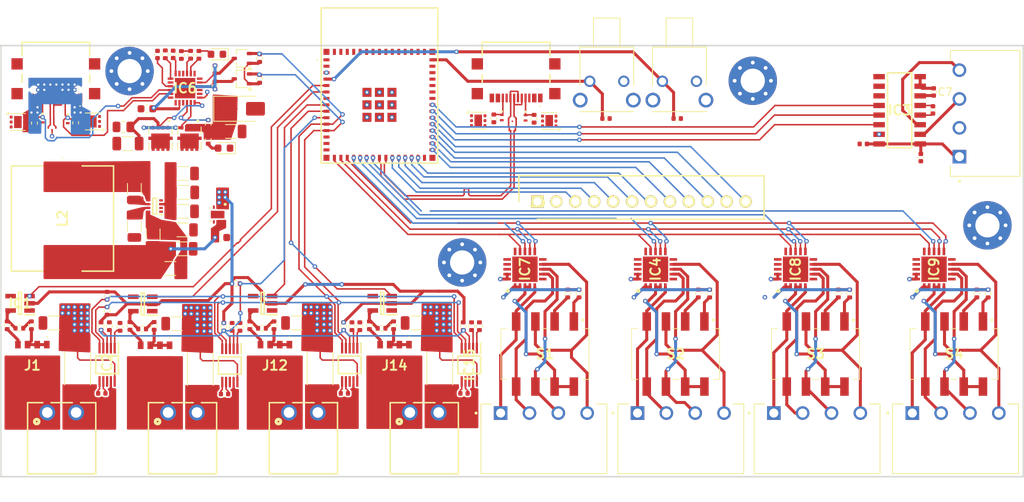
<source format=kicad_pcb>
(kicad_pcb (version 20241229) (generator "pcbnew") (generator_version "9.0")
  (layers (0 "F.Cu" signal) (4 "In1.Cu" signal) (6 "In2.Cu" signal) (2 "B.Cu" signal) (13 "F.Paste" user) (15 "B.Paste" user) (5 "F.SilkS" user "F.Silkscreen") (7 "B.SilkS" user "B.Silkscreen") (1 "F.Mask" user) (3 "B.Mask" user) (25 "Edge.Cuts" user))
  (net 0 "")
  (net 1 "GND")
  (net 2 "VCC")
  (net 3 "+3V3")
  (net 4 "/SS1")
  (net 5 "/D-")
  (net 6 "/D+")
  (net 7 "/HEATER_PWM_3")
  (net 8 "/SS3")
  (net 9 "/HEATER_PWM_4")
  (net 10 "/LCD_CS")
  (net 11 "/HEATER_PWM_2")
  (net 12 "/MOSI")
  (net 13 "/MCU/BOOT")
  (net 14 "/MISO")
  (net 15 "/SCL")
  (net 16 "/HEATER_PWM_1")
  (net 17 "/LCD_SDA")
  (net 18 "/LCD_SCL")
  (net 19 "/TP_IRQ")
  (net 20 "/SDA")
  (net 21 "/TP_RST")
  (net 22 "/MCU/ENABLE")
  (net 23 "/LCD_BL")
  (net 24 "/ALERT_INT")
  (net 25 "/SS4")
  (net 26 "/TP_SDA")
  (net 27 "/SCK")
  (net 28 "/SS2")
  (net 29 "/TP_SCL")
  (net 30 "Net-(IC3-AVDD{slash}LDO)")
  (net 31 "Net-(IC3-VIN2N)")
  (net 32 "Net-(IC3-VIN2P)")
  (net 33 "Net-(IC3-VBG)")
  (net 34 "/PD/VCC")
  (net 35 "/Temp Sensor 1/FORCE_N")
  (net 36 "/Temp Sensor 1/ISENSOR")
  (net 37 "/Temp Sensor 1/FORCE_P")
  (net 38 "/Temp Sensor 1/RTDIN_N")
  (net 39 "Net-(IC5-BST)")
  (net 40 "Net-(IC5-SW)")
  (net 41 "/Temp Sensor 1/RTDIN_P")
  (net 42 "/Temp Sensor 1/4300R")
  (net 43 "/Temp Sensor 1/430R")
  (net 44 "Net-(IC5-SS)")
  (net 45 "Net-(IC5-FB)")
  (net 46 "Net-(D5-A)")
  (net 47 "/LDCL_SDIO")
  (net 48 "/LDCL_SCLK")
  (net 49 "/LDCL_DRDY")
  (net 50 "+5V")
  (net 51 "/USB_CONTROL/VBUS")
  (net 52 "/USB_CONTROL/CC2")
  (net 53 "/USB_CONTROL/CC1")
  (net 54 "/Heater_Mosfet_1/IN-")
  (net 55 "Net-(IC3-VIN1P)")
  (net 57 "Net-(IC1-OUT)")
  (net 58 "Net-(IC2-A0)")
  (net 59 "Net-(IC2-A1)")
  (net 60 "Net-(J1-G)")
  (net 61 "Net-(J1-S_1)")
  (net 62 "Net-(R4-Pad2)")
  (net 64 "/Heater_Mosfet_1/OUT_MOS")
  (net 65 "Net-(IC3-VIN1N)")
  (net 66 "/PD/VBUS_SENSED")
  (net 68 "/PD/IFB")
  (net 69 "/PD/V5V")
  (net 70 "/PD/V18")
  (net 71 "Net-(D3-A)")
  (net 72 "Net-(IC4-BIAS)")
  (net 75 "/PD/CC2")
  (net 76 "/PD/USB_P")
  (net 77 "/PD/VBUS")
  (net 78 "/PD/USB_N")
  (net 80 "/PD/CC1")
  (net 81 "/PD/SCL_5V")
  (net 82 "+3.3V")
  (net 84 "/PD/SDA_5V")
  (net 89 "/PD/PD_LED")
  (net 90 "/PD/PD_INT_5V")
  (net 91 "/PD/PD_INT")
  (net 92 "/PD/NTC")
  (net 98 "/PD/VOUT")
  (net 99 "/PD/PWR_EN")
  (net 103 "/Temp Sensor 2/FORCE_N")
  (net 104 "/Temp Sensor 2/ISENSOR")
  (net 105 "/Temp Sensor 2/RTDIN_P")
  (net 106 "Net-(IC7-BIAS)")
  (net 108 "/Temp Sensor 2/FORCE_P")
  (net 109 "/Temp Sensor 2/RTDIN_N")
  (net 111 "/Temp Sensor 3/FORCE_P")
  (net 112 "Net-(IC8-BIAS)")
  (net 114 "/Temp Sensor 3/FORCE_N")
  (net 115 "/Temp Sensor 3/RTDIN_N")
  (net 116 "/Temp Sensor 3/RTDIN_P")
  (net 118 "/Temp Sensor 3/ISENSOR")
  (net 119 "/Temp Sensor 4/FORCE_P")
  (net 120 "/Temp Sensor 4/ISENSOR")
  (net 121 "/Temp Sensor 4/RTDIN_P")
  (net 124 "Net-(IC9-BIAS)")
  (net 125 "/Temp Sensor 4/RTDIN_N")
  (net 126 "/Temp Sensor 4/FORCE_N")
  (net 127 "/Temp Sensor 2/430R")
  (net 128 "/Temp Sensor 2/4300R")
  (net 129 "/Temp Sensor 3/430R")
  (net 130 "/Temp Sensor 3/4300R")
  (net 131 "/Temp Sensor 4/430R")
  (net 132 "/Temp Sensor 4/4300R")
  (net 133 "Net-(IC10-OUT)")
  (net 135 "/LCD_RST")
  (net 136 "/Heater_Mosfet_2/IN-")
  (net 137 "Net-(IC11-A1)")
  (net 138 "Net-(IC11-A0)")
  (net 140 "Net-(IC12-OUT)")
  (net 141 "/Heater_Mosfet_3/IN-")
  (net 142 "/LCD_DC")
  (net 143 "Net-(IC13-A1)")
  (net 144 "Net-(IC13-A0)")
  (net 146 "Net-(IC14-OUT)")
  (net 147 "Net-(IC15-A0)")
  (net 148 "Net-(IC15-A1)")
  (net 149 "/Heater_Mosfet_4/IN-")
  (net 150 "Net-(J10-S_1)")
  (net 151 "/Heater_Mosfet_2/OUT_MOS")
  (net 152 "Net-(J10-G)")
  (net 153 "/Heater_Mosfet_3/OUT_MOS")
  (net 154 "Net-(J12-G)")
  (net 155 "Net-(J12-S_1)")
  (net 156 "Net-(J14-S_1)")
  (net 157 "/Heater_Mosfet_4/OUT_MOS")
  (net 158 "Net-(J14-G)")
  (net 159 "Net-(R34-Pad2)")
  (net 160 "Net-(R41-Pad2)")
  (net 161 "Net-(R48-Pad2)")
  (net 163 "/MCU/RX")
  (net 164 "/MCU/GPIO_48")
  (net 166 "/MCU/TX")
  (net 173 "/MCU/GPIO_9")
  (net 174 "/MCU/GPIO_10")
  (net 175 "/MCU/GPIO_11")
  (footprint "Resistor_SMD:R_0402_1005Metric" (layer "F.Cu") (at 114.655 91.8 -90)
    (property "Reference" "R23" (hide yes))
    (property "Value" "5.1k" (hide yes))
  )
  (footprint "Library:TRANS_AONR21307" (layer "F.Cu") (at 111.28 100.9 -90)
    (property "Reference" "U11" (hide yes))
    (property "Value" "AON7262E" (hide yes))
  )
  (footprint "Resistor_SMD:R_0402_1005Metric" (layer "F.Cu") (at 122.447 125.6 -90)
    (property "Reference" "R43" (hide yes))
    (property "Value" "10k" (hide yes))
  )
  (footprint "Capacitor_SMD:C_1206_3216Metric" (layer "F.Cu") (at 110.475 110.55 180)
    (property "Reference" "C9" (hide yes))
    (property "Value" "10uF" (hide yes))
  )
  (footprint "Library:PHOENIX_1803293" (layer "F.Cu") (at 185.88 145.2)
    (property "Reference" "J19" (hide yes))
    (property "Value" "1803293" (hide yes))
  )
  (footprint "Library:PHOENIX_1803293" (layer "F.Cu") (at 149.79 145.2)
    (property "Reference" "J18" (hide yes))
    (property "Value" "1803293" (hide yes))
  )
  (footprint "Capacitor_SMD:C_0402_1005Metric" (layer "F.Cu") (at 131.747 134.6)
    (property "Reference" "C21" (hide yes))
    (property "Value" "100nF" (hide yes))
  )
  (footprint "Resistor_SMD:R_0402_1005Metric" (layer "F.Cu") (at 161.25 121.4 90)
    (property "Reference" "R10" (hide yes))
    (property "Value" "430" (hide yes))
  )
  (footprint "Library:SOP50P490X110-10N" (layer "F.Cu") (at 116.615 130.90983 -90)
    (property "Reference" "IC11" (hide yes))
    (property "Value" "INA226AIDGSR" (hide yes))
  )
  (footprint "Resistor_SMD:R_0402_1005Metric" (layer "F.Cu") (at 102.108279 125.80983 90)
    (property "Reference" "R7" (hide yes))
    (property "Value" "10k" (hide yes))
  )
  (footprint "Library:ESD122DMYR" (layer "F.Cu") (at 93.130836 99.657622 90)
    (property "Reference" "D2" (hide yes))
    (property "Value" "ESD122DMYR" (hide yes))
  )
  (footprint "Library:QFN65P500X500X80-21N" (layer "F.Cu") (at 209.65 118.2 90)
    (property "Reference" "IC9")
    (property "Value" "MAX31865ATP+T" (hide yes))
  )
  (footprint "Resistor_SMD:R_0402_1005Metric" (layer "F.Cu") (at 100.7 125.72483 90)
    (property "Reference" "R8" (hide yes))
    (property "Value" "10k" (hide yes))
  )
  (footprint "Capacitor_SMD:C_0402_1005Metric" (layer "F.Cu") (at 200.3 101.645 180)
    (property "Reference" "C5" (hide yes))
    (property "Value" "1uF" (hide yes))
  )
  (footprint "Resistor_SMD:R_0402_1005Metric" (layer "F.Cu") (at 119.247 125.6 -90)
    (property "Reference" "R42" (hide yes))
    (property "Value" "10k" (hide yes))
  )
  (footprint "Library:SW_1-1825027-1" (layer "F.Cu") (at 176.01 93.37 180)
    (property "Reference" "S5" (hide yes))
    (property "Value" "1-1825027-1" (hide yes))
  )
  (footprint "Capacitor_SMD:C_1206_3216Metric" (layer "F.Cu") (at 106.4875 113.575 90)
    (property "Reference" "C14" (hide yes))
    (property "Value" "15pF" (hide yes))
  )
  (footprint "Library:2194MST" (layer "F.Cu") (at 175.5 129.4 180)
    (property "Reference" "S2")
    (property "Value" "219-4MST" (hide yes))
  )
  (footprint "Resistor_SMD:R_0402_1005Metric" (layer "F.Cu") (at 105.025 126.085)
    (property "Reference" "R34" (hide yes))
    (property "Value" "10k" (hide yes))
  )
  (footprint "Capacitor_SMD:C_0402_1005Metric" (layer "F.Cu") (at 166.31 98.29 180)
    (property "Reference" "C28" (hide yes))
    (property "Value" "C" (hide yes))
  )
  (footprint "Resistor_SMD:R_0402_1005Metric" (layer "F.Cu") (at 112.53 89.875 90)
    (property "Reference" "R20" (hide yes))
    (property "Value" "5.1k" (hide yes))
  )
  (footprint "Library:ESP32S3MINI1N8" (layer "F.Cu") (at 136.379 96.48)
    (property "Reference" "IC16" (hide yes))
    (property "Value" "ESP32-S3-MINI-1-N8" (hide yes))
  )
  (footprint "Capacitor_SMD:C_1206_3216Metric" (layer "F.Cu") (at 109.615 125.385 180)
    (property "Reference" "C20" (hide yes))
    (property "Value" "4.7uF" (hide yes))
  )
  (footprint "Capacitor_SMD:C_1206_3216Metric" (layer "F.Cu") (at 110.5 108.05)
    (property "Reference" "C10" (hide yes))
    (property "Value" "100nF" (hide yes))
  )
  (footprint "Library:SOTFL50P160X60-8N" (layer "F.Cu") (at 106.689579 109.851207 180)
    (property "Reference" "IC5" (hide yes))
    (property "Value" "TPS62933DRLR" (hide yes))
  )
  (footprint "Library:SHDR12W64P0X250_1X12_3240X575X700P" (layer "F.Cu") (at 157.25 109.25)
    (property "Reference" "J6")
    (property "Value" "B12B-XH-A_LF__SN_" (hide yes))
  )
  (footprint "Library:SOIC127P600X175-16N" (layer "F.Cu") (at 205.1 97.2 180)
    (property "Reference" "IC3")
    (property "Value" "NAU7802SGI" (hide yes))
  )
  (footprint "LED_SMD:LED_0603_1608Metric" (layer "F.Cu") (at 114.9125 89.8 180)
    (property "Reference" "D5" (hide yes))
    (property "Value" "RED" (hide yes))
  )
  (footprint "Resistor_SMD:R_0402_1005Metric" (layer "F.Cu") (at 115.815 125.80983 90)
    (property "Reference" "R39" (hide yes))
    (property "Value" "10k" (hide yes))
  )
  (footprint "Package_TO_SOT_SMD:SOT-323_SC-70" (layer "F.Cu") (at 118.2 93.05 180)
    (property "Reference" "Q2" (hide yes))
    (property "Value" "BSS138" (hide yes))
  )
  (footprint "Resistor_SMD:R_0402_1005Metric" (layer "F.Cu") (at 120.55 90.3 90)
    (property "Reference" "R21" (hide yes))
    (property "Value" "5.1k" (hide yes))
  )
  (footprint "Library:QFN65P500X500X80-21N" (layer "F.Cu") (at 172.85 118.2 90)
    (property "Reference" "IC4")
    (property "Value" "MAX31865ATP+T" (hide yes))
  )
  (footprint "Package_SON:Texas_DPY0002A_0.6x1mm_P0.65mm" (layer "F.Cu") (at 91.868991 98.451163 -90)
    (property "Reference" "U8" (hide yes))
    (property "Value" "TPD1E05U06DPY" (hide yes))
  )
  (footprint "Resistor_SMD:R_0402_1005Metric" (layer "F.Cu") (at 96.246898 98.848837 -90)
    (property "Reference" "R14" (hide yes))
    (property "Value" "5.1k" (hide yes))
  )
  (footprint "Library:PHOENIX_1803293" (layer "F.Cu") (at 204.1725 145.2)
    (property "Reference" "J20" (hide yes))
    (property "Value" "1803293" (hide yes))
  )
  (footprint "MountingHole:MountingHole_3.2mm_M3_Pad_Via" (layer "F.Cu") (at 147.302944 117.302944)
    (property "Reference" "H1" (hide yes))
    (property "Value" "MountingHole_Pad" (hide yes))
  )
  (footprint "Library:SOT95P270X145-5N" (layer "F.Cu") (at 105.115 122.785 180)
    (property "Reference" "IC10" (hide yes))
    (property "Value" "MCP1416T-E_OT" (hide yes))
  )
  (footprint "Resistor_SMD:R_2512_6332Metric" (layer "F.Cu") (at 128.547 131.3 90)
    (property "Reference" "R40" (hide yes))
    (property "Value" "30mΩ" (hide yes))
  )
  (footprint "Library:2194MST" (layer "F.Cu") (at 158.25 129.4 180)
    (property "Reference" "S1")
    (property "Value" "219-4MST" (hide yes))
  )
  (footprint "Capacitor_SMD:C_0402_1005Metric" (layer "F.Cu") (at 209.6 94.775 90)
    (property "Reference" "C7")
    (property "Value" "1uF" (hide yes))
  )
  (footprint "Resistor_SMD:R_0402_1005Metric" (layer "F.Cu") (at 108.09 89.805 90)
    (property "Reference" "TH1" (hide yes))
    (property "Value" "Thermistor_NTC" (hide yes))
  )
  (footprint "Package_SON:WSON-6-1EP_2x2mm_P0.65mm_EP1x1.6mm" (layer "F.Cu") (at 149.43 98.57)
    (property "Reference" "U2" (hide yes))
    (property "Value" "TVS2200DRV" (hide yes))
  )
  (footprint "Library:691322310002" (layer "F.Cu") (at 110.366667 137.125)
    (property "Reference" "J11" (hide yes))
    (property "Value" "691322310002" (hide yes))
  )
  (footprint "Capacitor_SMD:C_0402_1005Metric" (layer "F.Cu") (at 175.72 98.29 180)
    (property "Reference" "C27" (hide yes))
    (property "Value" "C" (hide yes))
  )
  (footprint "Package_SON:WSON-6-1EP_2x2mm_P0.65mm_EP1x1.6mm" (layer "F.Cu") (at 158.81 98.62 180)
    (property "Reference" "U5" (hide yes))
    (property "Value" "TVS2200DRV" (hide yes))
  )
  (footprint "Resistor_SMD:R_0402_1005Metric" (layer "F.Cu") (at 113.755 99 -90)
    (property "Reference" "R18" (hide yes))
    (property "Value" "27R" (hide yes))
  )
  (footprint "Resistor_SMD:R_0402_1005Metric" (layer "F.Cu") (at 111.43 89.865 90)
    (property "Reference" "R25" (hide yes))
    (property "Value" "5.1k" (hide yes))
  )
  (footprint "Library:TRANS_AONR21307" (layer "F.Cu") (at 107.455 100.9 -90)
    (property "Reference" "U10" (hide yes))
    (property "Value" "AON7262E" (hide yes))
  )
  (footprint "Resistor_SMD:R_1206_3216Metric" (layer "F.Cu") (at 110.35 113)
    (property "Reference" "Rfbb1" (hide yes))
    (property "Value" "10k" (hide yes))
  )
  (footprint "Capacitor_SMD:C_1206_3216Metric" (layer "F.Cu") (at 125.447 125.3 180)
    (property "Reference" "C22" (hide yes))
    (property "Value" "4.7uF" (hide yes))
  )
  (footprint "Library:NTMFS5C612NLT1G" (layer "F.Cu") (at 122.574 130.959 180)
    (property "Reference" "J12")
    (property "Value" "NTMFS5C612NLT1G" (hide yes))
  )
  (footprint "Library:2194MST" (layer "F.Cu") (at 194 129.4 180)
    (property "Reference" "S3")
    (property "Value" "219-4MST" (hide yes))
  )
  (footprint "Resistor_SMD:R_0402_1005Metric" (layer "F.Cu") (at 216.8 121.41 90)
    (property "Reference" "R32" (hide yes))
    (property "Value" "4.3k" (hide yes))
  )
  (footprint "Library:ESD122DMYR" (layer "F.Cu") (at 153.939097 98.526763 90)
    (property "Reference" "D1" (hide yes))
    (property "Value" "ESD122DMYR" (hide yes))
  )
  (footprint "Resistor_SMD:R_0402_1005Metric" (layer "F.Cu") (at 113.755 101.1 -90)
    (property "Reference" "R19" (hide yes))
    (property "Value" "10k" (hide yes))
  )
  (footprint "Library:XC6220B331ERG" (layer "F.Cu") (at 115 110.525 -90)
    (property "Reference" "IC17" (hide yes))
    (property "Value" "XC6220B331ER-G" (hide yes))
  )
  (footprint "MountingHole:MountingHole_3.2mm_M3_Pad_Via" (layer "F.Cu") (at 103.37 92.02)
    (property "Reference" "H2" (hide yes))
    (property "Value" "MountingHole_Pad" (hide yes))
  )
  (footprint "Package_SON:WSON-6-1EP_2x2mm_P0.65mm_EP1x1.6mm" (layer "F.Cu") (at 98.5125 98.675 180)
    (property "Reference" "U6" (hide yes))
    (property "Value" "TVS2200DRV" (hide yes))
  )
  (footprint "Resistor_SMD:R_0805_2012Metric" (layer "F.Cu") (at 102.555 99.4)
    (property "Reference" "R17" (hide yes))
    (property "Value" "5m" (hide yes))
  )
  (footprint "Resistor_SMD:R_0402_1005Metric" (layer "F.Cu") (at 162.75 121.41 90)
    (property "Reference" "R11" (hide yes))
    (property "Value" "4.3k" (hide yes))
  )
  (footprint "Library:PHOENIX_1803293" (layer "F.Cu") (at 221 105.9275 90)
    (property "Reference" "J3" (hide yes))
    (property "Value" "1803293" (hide yes))
  )
  (footprint "Resistor_SMD:R_0402_1005Metric" (layer "F.Cu") (at 103.415 125.685 -90)
    (property "Reference" "R35" (hide yes))
    (property "Value" "10k" (hide yes))
  )
  (footprint "Capacitor_SMD:C_0402_1005Metric" (layer "F.Cu") (at 207.9 103.445 -90)
    (property "Reference" "C8" (hide yes))
    (property "Value" "1uF" (hide yes))
  )
  (footprint "Capacitor_SMD:C_0603_1608Metric" (layer "F.Cu") (at 105.655 97 180)
    (property "Reference" "C17" (hide yes))
    (property "Value" "1u" (hide yes))
  )
  (footprint "Resistor_SMD:R_0402_1005Metric" (layer "F.Cu") (at 133.787279 125.72483 90)
    (property "Reference" "R44" (hide yes))
    (property "Value" "10k" (hide yes))
  )
  (footprint "Library:SRP12507R8M" (layer "F.Cu") (at 94.5 111.5 -90)
    (property "Reference" "L2")
    (property "Value" "SRP1250-7R8M" (hide yes))
  )
  (footprint "LED_SMD:LED_0603_1608Metric" (layer "F.Cu") (at 115.855 102.2 180)
    (property "Reference" "D3" (hide yes))
    (property "Value" "RED" (hide yes))
  )
  (footprint "Library:SOT95P270X145-5N" (layer "F.Cu") (at 120.947 122.7 180)
    (property "Reference" "IC12" (hide yes))
    (property "Value" "MCP1416T-E_OT" (hide yes))
  )
  (footprint "MountingHole:MountingHole_3.2mm_M3_Pad_Via" (layer "F.Cu") (at 185.7 93.3 180)
    (property "Reference" "H4" (hide yes))
    (property "Value" "MountingHole_Pad" (hide yes))
  )
  (footprint "Library:SOP50P490X110-10N" (layer "F.Cu") (at 132.447 130.82483 -90)
    (property "Reference" "IC13" (hide yes))
    (property "Value" "INA226AIDGSR" (hide yes))
  )
  (footprint "MountingHole:MountingHole_3.2mm_M3_Pad_Via" (layer "F.Cu") (at 216.7 112.4 90)
    (property "Reference" "H5" (hide yes))
    (property "Value" "MountingHole_Pad" (hide yes))
  )
  (footprint "Resistor_SMD:R_0402_1005Metric" (layer "F.Cu") (at 87.2 125.6 -90)
    (property "Reference" "R5" (hide yes))
    (property "Value" "10k" (hide yes))
  )
  (footprint "Package_SON:WSON-6-1EP_2x2mm_P0.65mm_EP1x1.6mm" (layer "F.Cu") (at 88.6125 98.75)
    (property "Reference" "U9" (hide yes))
    (property "Value" "TVS2200DRV" (hide yes))
  )
  (footprint "Resistor_SMD:R_0402_1005Metric" (layer "F.Cu") (at 136.657 126)
    (property "Reference" "R48" (hide yes))
    (property "Value" "10k" (hide yes))
  )
  (footprint "Package_SON:Texas_DPY0002A_0.6x1mm_P0.65mm" (layer "F.Cu") (at 155.682464 98.199066 -90)
    (property "Reference" "U3" (hide yes))
    (property "Value" "TPD1E05U06DPY" (hide yes))
  )
  (footprint "Capacitor_SMD:C_0402_1005Metric" (layer "F.Cu") (at 99.7 134.6)
    (property "Reference" "C3" (hide yes))
    (property "Value" "100nF" (hide yes))
  )
  (footprint "Capacitor_SMD:C_1206_3216Metric" (layer "F.Cu") (at 141.247 125.3 180)
    (property "Reference" "C24" (hide yes))
    (property "Value" "4.7uF" (hide yes))
  )
  (footprint "Resistor_SMD:R_0402_1005Metric" (layer "F.Cu") (at 197 121.4 90)
    (property "Reference" "R29" (hide yes))
    (property "Value" "430" (hide yes))
  )
  (footprint "Resistor_SMD:R_0402_1005Metric" (layer "F.Cu") (at 120.55 93.05 90)
    (property "Reference" "R22" (hide yes))
    (property "Value" "5.1k" (hide yes))
  )
  (footprint "Capacitor_SMD:C_1206_3216Metric" (layer "F.Cu") (at 110.2875 115.5)
    (property "Reference" "Cout1" (hide yes))
    (property "Value" "100uF" (hide yes))
  )
  (footprint "Library:SOT95P270X145-5N" (layer "F.Cu") (at 88.9 122.7 180)
    (property "Reference" "IC1")
    (property "Value" "MCP1416T-E_OT" (hide yes))
  )
  (footprint "Resistor_SMD:R_2512_6332Metric" (layer "F.Cu") (at 144.347 131.3 90)
    (property "Reference" "R47" (hide yes))
    (property "Value" "30mΩ")
  )
  (footprint "Capacitor_SMD:C_1206_3216Metric" (layer "F.Cu") (at 93.4 125.3 180)
    (property "Reference" "C4" (hide yes))
    (property "Value" "4.7uF" (hide yes))
  )
  (footprint "Resistor_SMD:R_0402_1005Metric" (layer "F.Cu") (at 198.5 121.41 90)
    (property "Reference" "R30" (hide yes))
    (property "Value" "4.3k" (hide yes))
  )
  (footprint "Library:691322310002" (layer "F.Cu") (at 94.4 137.125)
    (property "Reference" "J2" (hide yes))
    (property "Value" "691322310002" (hide yes))
  )
  (footprint "Capacitor_SMD:C_1206_3216Metric" (layer "F.Cu") (at 116.755 100)
    (property "Reference" "C15" (hide yes))
    (property "Value" "10u" (hide yes))
  )
  (footprint "Resistor_SMD:R_0402_1005Metric" (layer "F.Cu") (at 114.655 93.9 90)
    (property "Reference" "R24" (hide yes))
    (property "Value" "5.1k" (hide yes))
  )
  (footprint "Resistor_SMD:R_1206_3216Metric" (layer "F.Cu") (at 108.75 118.1)
    (property "Reference" "Rfbt1" (hide yes))
    (property "Value" "52.3k" (hide yes))
  )
  (footprint "Capacitor_SMD:C_1206_3216Metric" (layer "F.Cu") (at 104 107.575 90)
    (property "Reference" "C11" (hide yes))
    (property "Value" "100nF" (hide yes))
  )
  (footprint "Resistor_SMD:R_0402_1005Metric" (layer "F.Cu") (at 178.5 121.4 90)
    (property "Reference" "R27" (hide yes))
    (property "Value" "430" (hide yes))
  )
  (footprint "Library:SOP50P490X110-10N" (layer "F.Cu") (at 148.247 130.82483 -90)
    (property "Reference" "IC15")
    (property "Value" "INA226AIDGSR" (hide yes))
  )
  (footprint "Library:NTMFS5C612NLT1G" (layer "F.Cu") (at 90.527 130.959 180)
    (property "Reference" "J1")
    (property "Value" "NTMFS5C612NLT1G" (hide yes))
  )
  (footprint "Library:NTMFS5C612NLT1G" (layer "F.Cu") (at 138.374 130.959 180)
    (property "Reference" "J14")
    (property "Value" "NTMFS5C612NLT1G" (hide yes))
  )
  (footprint "Resistor_SMD:R_0402_1005Metric" (layer "F.Cu") (at 100.4 123.7 -90)
    (property "Reference" "R54" (hide yes))
    (property "Value" "4.7k" (hide yes))
  )
  (footprint "Resistor_SMD:R_0402_1005Metric" (layer "F.Cu") (at 151.491846 98.26858 -90)
    (property "Reference" "R13" (hide yes))
    (property "Value" "5.1k" (hide yes))
  )
  (footprint "Capacitor_SMD:C_0402_1005Metric" (layer "F.Cu") (at 107.06 89.83 90)
    (property "Reference" "C16" (hide yes))
    (property "Value" "100nF" (hide yes))
  )
  (footprint "Capacitor_SMD:C_1206_3216Metric" (layer "F.Cu") (at 110.475 105.55)
    (property "Reference" "C25" (hide yes))
    (property "Value" "33nF" (hide yes))
  )
  (footprint "Package_SON:Texas_DPY0002A_0.6x1mm_P0.65mm" (layer "F.Cu") (at 95.2 98.55 -90)
    (property "Reference" "U7" (hide yes))
    (property "Value" "TPD1E05U06DPY" (hide yes))
  )
  (footprint "Library:QFN65P500X500X80-21N" (layer "F.Cu") (at 191.35 118.2 90)
    (property "Reference" "IC8")
    (property "Value" "MAX31865ATP+T" (hide yes))
  )
  (footprint "Resistor_SMD:R_0402_1005Metric" (layer "F.Cu") (at 106.615 125.685 -90)
    (property "Reference" "R36" (hide yes))
    (property "Value" "10k" (hide yes))
  )
  (footprint "Capacitor_SMD:C_0603_1608Metric" (layer "F.Cu") (at 115.425 114.01 180)
    (property "Reference" "C26" (hide yes))
    (property "Value" "10uF" (hide yes))
  )
  (footprint "Package_SON:Texas_DPY0002A_0.6x1mm_P0.65mm" (layer "F.Cu") (at 152.542374 98.158671 -90)
    (property "Reference" "U4" (hide yes))
    (property "Value" "TPD1E05U06DPY" (hide yes))
  )
  (footprint "Capacitor_SMD:C_1206_3216Metric" (layer "F.Cu") (at 103.155 101.6 180)
    (property "Reference" "C12" (hide yes))
    (property "Value" "10u" (hide yes))
  )
  (footprint "Resistor_SMD:R_0402_1005Metric" (layer "F.Cu") (at 100.4 121.7 90)
    (property "Reference" "R15" (hide yes))
    (property "Value" "4.7k" (hide yes))
  )
  (footprint "Library:SW_1-1825027-1" (layer "F.Cu") (at 166.41 93.37 180)
    (property "Reference" "S6" (hide yes))
    (property "Value" "1-1825027-1" (hide yes))
  )
  (footprint "Library:NTMFS5C612NLT1G" (layer "F.Cu") (at 106.742 131.044 180)
    (property "Reference" "J10" (hide yes))
    (property "Value" "NTMFS5C612NLT1G" (hide yes))
  )
  (footprint "Resistor_SMD:R_0402_1005Metric" (layer "F.Cu") (at 131.647 125.72483 90)
    (property "Reference" "R46" (hide yes))
    (property "Value" "10k" (hide yes))
  )
  (footprint "Capacitor_SMD:C_0402_1005Metric" (layer "F.Cu") (at 147.547 134.6)
    (property "Reference" "C23" (hide yes))
    (property "Value" "100nF" (hide yes))
  )
  (footprint "Library:UJ20CHGSMT5P16TR" (layer "F.Cu") (at 154.43 91.897 180)
    (property "Reference" "J5" (hide yes))
    (property "Value" "UJ20-C-H-G-SMT-5-P16-TR" (hide yes))
  )
  (footprint "Resistor_SMD:R_0402_1005Metric" (layer "F.Cu") (at 132.747 125.72483 90)
    (property "Reference" "R45" (hide yes))
    (property "Value" "10k" (hide yes))
  )
  (footprint "Resistor_SMD:R_2512_6332Metric" (layer "F.Cu") (at 96.5 131.3 90)
    (property "Reference" "R3" (hide yes))
    (property "Value" "30mΩ" (hide yes))
  )
  (footprint "Library:PHOENIX_1803293" (layer "F.Cu") (at 167.8725 145.2)
    (property "Reference" "J17" (hide yes))
    (property "Value" "1803293" (hide yes))
  )
  (footprint "Resistor_SMD:R_0402_1005Metric" (layer "F.Cu") (at 110.21 89.89 -90)
    (property "Reference" "R26" (hide yes))
    (property "Value" "10k" (hide yes))
  )
  (footprint "Resistor_SMD:R_0402_1005Metric" (layer "F.Cu") (at 147.447 125.72483 90)
    (property "Reference" "R53" (hide yes))
    (property "Value" "10k" (hide yes))
  )
  (footprint "Library:2194MST" (layer "F.Cu") (at 212.3 129.4 180)
    (property "Reference" "S4")
    (property "Value" "219-4MST" (hide yes))
  )
  (footprint "Resistor_SMD:R_0402_1005Metric" (layer "F.Cu") (at 135.047 125.6 -90)
    (property "Reference" "R49" (hide yes))
    (property "Value" "10k" (hide yes))
  )
  (footprint "Library:691322310002" (layer "F.Cu") (at 142.3 137.125)
    (property "Reference" "J15" (hide yes))
    (property "Value" "691322310002" (hide yes))
  )
  (footprint "Capacitor_SMD:C_0402_1005Metric" (layer "F.Cu") (at 209.5 97.145 90)
    (property "Reference" "C6" (hide yes))
    (property "Value" "1uF" (hide yes))
  )
  (footprint "Package_TO_SOT_SMD:SOT-323_SC-70" (layer "F.Cu") (at 118.2 90.35 180)
    (property "Reference" "Q1" (hide yes))
    (property "Value" "BSS138" (hide yes))
  )
  (footprint "Library:AP33772SDKZ13FA01" (layer "F.Cu") (at 110.705 94.275 180)
    (property "Reference" "IC6")
    (property "Value" "AP33772SDKZ-13-FA01" (hide yes))
  )
  (footprint "Library:QFN65P500X500X80-21N" (layer "F.Cu") (at 155.6 118.2 90)
    (property "Reference" "IC7")
    (property "Value" "MAX31865ATP+T" (hide yes))
  )
  (footprint "Resistor_SMD:R_0402_1005Metric" (layer "F.Cu") (at 215.3 121.4 90)
    (property "Reference" "R31" (hide yes))
    (property "Value" "430" (hide yes))
  )
  (footprint "Diode_SMD:D_SMA" (layer "F.Cu") (at 118 97)
    (property "Reference" "D4" (hide yes))
    (property "Value" "D_Schottky" (hide yes))
  )
  (footprint "Capacitor_SMD:C_1206_3216Metric" (layer "F.Cu") (at 104 112.525 90)
    (property "Reference" "C13" (hide yes))
    (property "Value" "33nF" (hide yes))
  )
  (footprint "Library:SOP50P490X110-10N" (layer "F.Cu") (at 100.4 130.82483 -90)
    (property "Reference" "IC2")
    (property "Value" "INA226AIDGSR" (hide yes))
  )
  (footprint "Capacitor_SMD:C_0402_1005Metric" (layer "F.Cu") (at 109.13 89.81 90)
    (property "Reference" "C18" (hide yes))
    (property "Value" "100nF" (hide yes))
  )
  (footprint "Capacitor_SMD:C_0402_1005Metric" (layer "F.Cu") (at 115.915 134.685)
    (property "Reference" "C19" (hide yes))
    (property "Value" "100nF" (hide yes))
  )
  (footprint "Resistor_SMD:R_0402_1005Metric" (layer "F.Cu") (at 120.857 126)
    (property "Reference" "R41" (hide yes))
    (property "Value" "10k" (hide yes))
  )
  (footprint "Resistor_SMD:R_0402_1005Metric" (layer "F.Cu") (at 148.547 125.72483 90)
    (property "Reference" "R52" (hide yes))
    (property "Value" "10k")
  )
  (footprint "Resistor_SMD:R_0402_1005Metric" (layer "F.Cu") (at 149.587279 125.72483 90)
    (property "Reference" "R51" (hide yes))
    (property "Value" "10k" (hide yes))
  )
  (footprint "Resistor_SMD:R_0402_1005Metric" (layer "F.Cu") (at 90.8 98.9 -90)
    (property "Reference" "R16" (hide yes))
    (property "Value" "5.1k" (hide yes))
  )
  (footprint "Resistor_SMD:R_0402_1005Metric" (layer "F.Cu") (at 117.955279 125.80983 90)
    (property "Reference" "R37" (hide yes))
    (property "Value" "10k" (hide yes))
  )
  (footprint "Resistor_SMD:R_0402_1005Metric" (layer "F.Cu") (at 90.4 125.6 -90)
    (property "Reference" "R6" (hide yes))
    (property "Value" "10k" (hide yes))
  )
  (footprint "Library:SOT95P270X145-5N" (layer "F.Cu") (at 136.747 122.7 180)
    (property "Reference" "IC14" (hide yes))
    (property "Value" "MCP1416T-E_OT" (hide yes))
  )
  (footprint "Library:691322310002" (layer "F.Cu") (at 126.333333 137.125)
    (property "Reference" "J13" (hide yes))
    (property "Value" "691322310002" (hide yes))
  )
  (footprint "Resistor_SMD:R_0402_1005Metric" (layer "F.Cu") (at 116.915 125.80983 90)
    (property "Reference" "R38" (hide yes))
    (property "Value" "10k" (hide yes))
  )
  (footprint "Resistor_SMD:R_0402_1005Metric" (layer "F.Cu") (at 180 121.41 90)
    (property "Reference" "R28" (hide yes))
    (property "Value" "4.3k" (hide yes))
  )
  (footprint "Resistor_SMD:R_2512_6332Metric" (layer "F.Cu") (at 112.715 131.385 90)
    (property "Reference" "R33" (hide yes))
    (property "Value" "30mΩ" (hide yes))
  )
  (footprint "Resistor_SMD:R_0402_1005Metric" (layer "F.Cu") (at 156.81 98.32 -90)
    (property "Reference" "R12" (hide yes))
    (property "Value" "5.1k" (hide yes))
  )
  (footprint "Library:UJ20CHGSMT5P16TR" (layer "F.Cu") (at 93.63 91.897 180)
    (property "Reference" "J16" (hide yes))
    (property "Value" "UJ20-C-H-G-SMT-5-P16-TR" (hide yes))
  )
  (footprint "Resistor_SMD:R_0402_1005Metric" (layer "F.Cu") (at 138.247 125.6 -90)
    (property "Reference" "R50" (hide yes))
    (property "Value" "10k")
  )
  (footprint "Resistor_SMD:R_0402_1005Metric" (layer "F.Cu") (at 117.41 120.1 180)
    (property "Reference" "R55" (hide yes))
    (property "Value" "10k" (hide yes))
  )
  (footprint "Resistor_SMD:R_0402_1005Metric" (layer "F.Cu") (at 99.6 125.72483 90)
    (property "Reference" "R9" (hide yes))
    (property "Value" "10k" (hide yes))
  )
  (footprint "Resistor_SMD:R_0402_1005Metric" (layer "F.Cu") (at 88.81 126)
    (property "Reference" "R4" (hide yes))
    (property "Value" "10k" (hide yes))
  )
  (gr_rect (start 86.35 88.65) (end 221.45 145.6) (stroke (width 0.2)) (fill no) (layer "Edge.Cuts"))
  (segment (start 116.395 134.312729) (end 116.395 134.685) (width 0.2) (layer "F.Cu") (net 1))
  (segment (start 207.6 92.795) (end 207.812 93.007) (width 0.4) (layer "F.Cu") (net 1))
  (segment (start 208.082 94.295) (end 207.812 94.025) (width 0.4) (layer "F.Cu") (net 1))
  (segment (start 131.947 133.947729) (end 132.227 134.227729) (width 0.2) (layer "F.Cu") (net 1))
  (segment (start 207.812 92.755) (end 207.64 92.755) (width 0.4) (layer "F.Cu") (net 1))
  (segment (start 99.9 133.947729) (end 100.18 134.227729) (width 0.2) (layer "F.Cu") (net 1))
  (segment (start 116.115 133.10983) (end 116.115 134.032729) (width 0.2) (layer "F.Cu") (net 1))
  (segment (start 209.6 94.295) (end 208.082 94.295) (width 0.4) (layer "F.Cu") (net 1))
  (segment (start 100.18 134.227729) (end 100.18 134.6) (width 0.2) (layer "F.Cu") (net 1))
  (segment (start 132.227 134.227729) (end 132.227 134.6) (width 0.2) (layer "F.Cu") (net 1))
  (segment (start 116.115 134.032729) (end 116.395 134.312729) (width 0.2) (layer "F.Cu") (net 1))
  (segment (start 99.9 133.02483) (end 99.9 133.947729) (width 0.2) (layer "F.Cu") (net 1))
  (segment (start 93.130836 99.782622) (end 93.130836 100.632622) (width 0.2) (layer "F.Cu") (net 1))
  (segment (start 147.747 133.02483) (end 147.747 133.947729) (width 0.2) (layer "F.Cu") (net 1))
  (segment (start 207.64 92.755) (end 207.6 92.795) (width 0.4) (layer "F.Cu") (net 1))
  (segment (start 148.027 134.227729) (end 148.027 134.6) (width 0.2) (layer "F.Cu") (net 1))
  (segment (start 131.947 133.02483) (end 131.947 133.947729) (width 0.2) (layer "F.Cu") (net 1))
  (segment (start 147.747 133.947729) (end 148.027 134.227729) (width 0.2) (layer "F.Cu") (net 1))
  (segment (start 207.812 93.007) (end 207.812 94.025) (width 0.4) (layer "F.Cu") (net 1))
  (via (at 136.379 94.83) (size 0.6) (drill 0.3) (layers "F.Cu" "B.Cu") (net 1))
  (via (at 138.029 98.13) (size 0.6) (drill 0.3) (layers "F.Cu" "B.Cu") (net 1))
  (via (at 136.379 98.13) (size 0.6) (drill 0.3) (layers "F.Cu" "B.Cu") (net 1))
  (via (at 134.729 96.48) (size 0.6) (drill 0.3) (layers "F.Cu" "B.Cu") (net 1))
  (via (at 93.130836 100.632622) (size 0.6) (drill 0.3) (layers "F.Cu" "B.Cu") (net 1))
  (via (at 134.729 98.13) (size 0.6) (drill 0.3) (layers "F.Cu" "B.Cu") (net 1))
  (via (at 136.379 96.48) (size 0.6) (drill 0.3) (layers "F.Cu" "B.Cu") (net 1))
  (via (at 138.029 94.83) (size 0.6) (drill 0.3) (layers "F.Cu" "B.Cu") (net 1))
  (via (at 138.029 96.48) (size 0.6) (drill 0.3) (layers "F.Cu" "B.Cu") (net 1))
  (via (at 134.729 94.83) (size 0.6) (drill 0.3) (layers "F.Cu" "B.Cu") (net 1))
  (segment (start 96.5 129.9) (end 96.5 128.3375) (width 0.2) (layer "F.Cu") (net 2))
  (segment (start 112.715 129.985) (end 112.715 128.4225) (width 0.2) (layer "F.Cu") (net 2))
  (segment (start 149.247 133.02483) (end 149.247 130.7) (width 0.2) (layer "F.Cu") (net 2))
  (segment (start 117.115 130.285) (end 113.015 130.285) (width 0.2) (layer "F.Cu") (net 2))
  (segment (start 96.8 130.2) (end 96.5 129.9) (width 0.2) (layer "F.Cu") (net 2))
  (segment (start 133.447 133.02483) (end 133.447 130.7) (width 0.2) (layer "F.Cu") (net 2))
  (segment (start 101.4 133.02483) (end 101.4 130.7) (width 0.2) (layer "F.Cu") (net 2))
  (segment (start 101.4 130.7) (end 100.9 130.2) (width 0.2) (layer "F.Cu") (net 2))
  (segment (start 128.547 129.9) (end 128.547 128.3375) (width 0.2) (layer "F.Cu") (net 2))
  (segment (start 128.847 130.2) (end 128.547 129.9) (width 0.2) (layer "F.Cu") (net 2))
  (segment (start 144.647 130.2) (end 144.347 129.9) (width 0.2) (layer "F.Cu") (net 2))
  (segment (start 144.347 129.9) (end 144.347 128.3375) (width 0.2) (layer "F.Cu") (net 2))
  (segment (start 113.015 130.285) (end 112.715 129.985) (width 0.2) (layer "F.Cu") (net 2))
  (segment (start 100.9 130.2) (end 96.8 130.2) (width 0.2) (layer "F.Cu") (net 2))
  (segment (start 133.447 130.7) (end 132.947 130.2) (width 0.2) (layer "F.Cu") (net 2))
  (segment (start 148.747 130.2) (end 144.647 130.2) (width 0.2) (layer "F.Cu") (net 2))
  (segment (start 149.247 130.7) (end 148.747 130.2) (width 0.2) (layer "F.Cu") (net 2))
  (segment (start 117.615 130.785) (end 117.115 130.285) (width 0.2) (layer "F.Cu") (net 2))
  (segment (start 132.947 130.2) (end 128.847 130.2) (width 0.2) (layer "F.Cu") (net 2))
  (segment (start 117.615 133.10983) (end 117.615 130.785) (width 0.2) (layer "F.Cu") (net 2))
  (via (at 96.1 126.3) (size 0.6) (drill 0.3) (layers "F.Cu" "B.Cu") (net 2))
  (via (at 96.1 123.2) (size 0.6) (drill 0.3) (layers "F.Cu" "B.Cu") (net 2))
  (via (at 97 125.5) (size 0.6) (drill 0.3) (layers "F.Cu" "B.Cu") (net 2))
  (via (at 144.847 125.5) (size 0.6) (drill 0.3) (layers "F.Cu" "B.Cu") (net 2))
  (via (at 113.215 125.585) (size 0.6) (drill 0.3) (layers "F.Cu" "B.Cu") (net 2))
  (via (at 145.647 124.7) (size 0.6) (drill 0.3) (layers "F.Cu" "B.Cu") (net 2))
  (via (at 143.947 124.7) (size 0.6) (drill 0.3) (layers "F.Cu" "B.Cu") (net 2))
  (via (at 144.847 123.2) (size 0.6) (drill 0.3) (layers "F.Cu" "B.Cu") (net 2))
  (via (at 110.815 123.285) (size 0.6) (drill 0.3) (layers "F.Cu" "B.Cu") (net 2))
  (via (at 142.447 123.2) (size 0.6) (drill 0.3) (layers "F.Cu" "B.Cu") (net 2))
  (via (at 142.347 124) (size 0.6) (drill 0.3) (layers "F.Cu" "B.Cu") (net 2))
  (via (at 126.647 123.2) (size 0.6) (drill 0.3) (layers "F.Cu" "B.Cu") (net 2))
  (via (at 112.315 124.085) (size 0.6) (drill 0.3) (layers "F.Cu" "B.Cu") (net 2))
  (via (at 97 126.3) (size 0.6) (drill 0.3) (layers "F.Cu" "B.Cu") (net 2))
  (via (at 114.015 124.085) (size 0.6) (drill 0.3) (layers "F.Cu" "B.Cu") (net 2))
  (via (at 129.047 126.3) (size 0.6) (drill 0.3) (layers "F.Cu" "B.Cu") (net 2))
  (via (at 97.8 125.5) (size 0.6) (drill 0.3) (layers "F.Cu" "B.Cu") (net 2))
  (via (at 97 124) (size 0.6) (drill 0.3) (layers "F.Cu" "B.Cu") (net 2))
  (via (at 144.847 126.3) (size 0.6) (drill 0.3) (layers "F.Cu" "B.Cu") (net 2))
  (via (at 128.147 124.7) (size 0.6) (drill 0.3) (layers "F.Cu" "B.Cu") (net 2))
  (via (at 112.315 125.585) (size 0.6) (drill 0.3) (layers "F.Cu" "B.Cu") (net 2))
  (via (at 145.647 125.5) (size 0.6) (drill 0.3) (layers "F.Cu" "B.Cu") (net 2))
  (via (at 97.8 124.7) (size 0.6) (drill 0.3) (layers "F.Cu" "B.Cu") (net 2))
  (via (at 96.1 125.5) (size 0.6) (drill 0.3) (layers "F.Cu" "B.Cu") (net 2))
  (via (at 143.147 124) (size 0.6) (drill 0.3) (layers "F.Cu" "B.Cu") (net 2))
  (via (at 144.847 124.7) (size 0.6) (drill 0.3) (layers "F.Cu" "B.Cu") (net 2))
  (via (at 145.647 124) (size 0.6) (drill 0.3) (layers "F.Cu" "B.Cu") (net 2))
  (via (at 128.147 123.2) (size 0.6) (drill 0.3) (layers "F.Cu" "B.Cu") (net 2))
  (via (at 112.315 123.285) (size 0.6) (drill 0.3) (layers "F.Cu" "B.Cu") (net 2))
  (via (at 129.847 124.7) (size 0.6) (drill 0.3) (layers "F.Cu" "B.Cu") (net 2))
  (via (at 113.215 123.285) (size 0.6) (drill 0.3) (layers "F.Cu" "B.Cu") (net 2))
  (via (at 97 124.7) (size 0.6) (drill 0.3) (layers "F.Cu" "B.Cu") (net 2))
  (via (at 114.015 126.385) (size 0.6) (drill 0.3) (layers "F.Cu" "B.Cu") (net 2))
  (via (at 129.047 124.7) (size 0.6) (drill 0.3) (layers "F.Cu" "B.Cu") (net 2))
  (via (at 128.147 125.5) (size 0.6) (drill 0.3) (layers "F.Cu" "B.Cu") (net 2))
  (via (at 129.047 125.5) (size 0.6) (drill 0.3) (layers "F.Cu" "B.Cu") (net 2))
  (via (at 143.147 123.2) (size 0.6) (drill 0.3) (layers "F.Cu" "B.Cu") (net 2))
  (via (at 128.147 124) (size 0.6) (drill 0.3) (layers "F.Cu" "B.Cu") (net 2))
  (via (at 94.5 124) (size 0.6) (drill 0.3) (layers "F.Cu" "B.Cu") (net 2))
  (via (at 129.847 124) (size 0.6) (drill 0.3) (layers "F.Cu" "B.Cu") (net 2))
  (via (at 97 123.2) (size 0.6) (drill 0.3) (layers "F.Cu" "B.Cu") (net 2))
  (via (at 97.8 123.2) (size 0.6) (drill 0.3) (layers "F.Cu" "B.Cu") (net 2))
  (via (at 145.647 123.2) (size 0.6) (drill 0.3) (layers "F.Cu" "B.Cu") (net 2))
  (via (at 144.847 124) (size 0.6) (drill 0.3) (layers "F.Cu" "B.Cu") (net 2))
  (via (at 111.515 123.285) (size 0.6) (drill 0.3) (layers "F.Cu" "B.Cu") (net 2))
  (via (at 111.515 124.085) (size 0.6) (drill 0.3) (layers "F.Cu" "B.Cu") (net 2))
  (via (at 110.715 124.085) (size 0.6) (drill 0.3) (layers "F.Cu" "B.Cu") (net 2))
  (via (at 113.215 124.785) (size 0.6) (drill 0.3) (layers "F.Cu" "B.Cu") (net 2))
  (via (at 128.147 126.3) (size 0.6) (drill 0.3) (layers "F.Cu" "B.Cu") (net 2))
  (via (at 114.015 125.585) (size 0.6) (drill 0.3) (layers "F.Cu" "B.Cu") (net 2))
  (via (at 113.215 126.385) (size 0.6) (drill 0.3) (layers "F.Cu" "B.Cu") (net 2))
  (via (at 143.947 123.2) (size 0.6) (drill 0.3) (layers "F.Cu" "B.Cu") (net 2))
  (via (at 126.547 124) (size 0.6) (drill 0.3) (layers "F.Cu" "B.Cu") (net 2))
  (via (at 113.215 124.085) (size 0.6) (drill 0.3) (layers "F.Cu" "B.Cu") (net 2))
  (via (at 127.347 123.2) (size 0.6) (drill 0.3) (layers "F.Cu" "B.Cu") (net 2))
  (via (at 114.015 123.285) (size 0.6) (drill 0.3) (layers "F.Cu" "B.Cu") (net 2))
  (via (at 97.8 126.3) (size 0.6) (drill 0.3) (layers "F.Cu" "B.Cu") (net 2))
  (via (at 95.3 124) (size 0.6) (drill 0.3) (layers "F.Cu" "B.Cu") (net 2))
  (via (at 143.947 124) (size 0.6) (drill 0.3) (layers "F.Cu" "B.Cu") (net 2))
  (via (at 143.947 125.5) (size 0.6) (drill 0.3) (layers "F.Cu" "B.Cu") (net 2))
  (via (at 112.315 124.785) (size 0.6) (drill 0.3) (layers "F.Cu" "B.Cu") (net 2))
  (via (at 129.847 126.3) (size 0.6) (drill 0.3) (layers "F.Cu" "B.Cu") (net 2))
  (via (at 94.6 123.2) (size 0.6) (drill 0.3) (layers "F.Cu" "B.Cu") (net 2))
  (via (at 129.047 124) (size 0.6) (drill 0.3) (layers "F.Cu" "B.Cu") (net 2))
  (via (at 112.315 126.385) (size 0.6) (drill 0.3) (layers "F.Cu" "B.Cu") (net 2))
  (via (at 129.847 123.2) (size 0.6) (drill 0.3) (layers "F.Cu" "B.Cu") (net 2))
  (via (at 96.1 124.7) (size 0.6) (drill 0.3) (layers "F.Cu" "B.Cu") (net 2))
  (via (at 95.3 123.2) (size 0.6) (drill 0.3) (layers "F.Cu" "B.Cu") (net 2))
  (via (at 145.647 126.3) (size 0.6) (drill 0.3) (layers "F.Cu" "B.Cu") (net 2))
  (via (at 96.1 124) (size 0.6) (drill 0.3) (layers "F.Cu" "B.Cu") (net 2))
  (via (at 127.347 124) (size 0.6) (drill 0.3) (layers "F.Cu" "B.Cu") (net 2))
  (via (at 129.047 123.2) (size 0.6) (drill 0.3) (layers "F.Cu" "B.Cu") (net 2))
  (via (at 129.847 125.5) (size 0.6) (drill 0.3) (layers "F.Cu" "B.Cu") (net 2))
  (via (at 143.947 126.3) (size 0.6) (drill 0.3) (layers "F.Cu" "B.Cu") (net 2))
  (via (at 97.8 124) (size 0.6) (drill 0.3) (layers "F.Cu" "B.Cu") (net 2))
  (via (at 114.015 124.785) (size 0.6) (drill 0.3) (layers "F.Cu" "B.Cu") (net 2))
  (segment (start 147.548 125.11383) (end 147.548 121.948) (width 0.4) (layer "F.Cu") (net 3))
  (segment (start 106.365 122.785) (end 107.215 122.785) (width 0.4) (layer "F.Cu") (net 3))
  (segment (start 122.197 122.7) (end 121.345 122.7) (width 0.4) (layer "F.Cu") (net 3))
  (segment (start 116.9 120.1) (end 116.9 122.7) (width 0.4) (layer "F.Cu") (net 3))
  (segment (start 139.098 121.1) (end 139.098 121.098) (width 0.4) (layer "F.Cu") (net 3))
  (segment (start 107.664 122.336) (end 113.764 122.336) (width 0.4) (layer "F.Cu") (net 3))
  (segment (start 115.435 134.265) (end 115.435 134.685) (width 0.2) (layer "F.Cu") (net 3))
  (segment (start 116 120.1) (end 116.9 120.1) (width 0.4) (layer "F.Cu") (net 3))
  (segment (start 207.3 119.5) (end 206.4 119.5) (width 0.4) (layer "F.Cu") (net 3))
  (segment (start 100.4 121.19) (end 101.418 121.19) (width 0.4) (layer "F.Cu") (net 3))
  (segment (start 170.5 119.5) (end 169.6 119.5) (width 0.4) (layer "F.Cu") (net 3))
  (segment (start 116.9 122.7) (end 115.815 123.785) (width 0.4) (layer "F.Cu") (net 3))
  (segment (start 124 122.7) (end 122.197 122.7) (width 0.4) (layer "F.Cu") (net 3))
  (segment (start 144.201 121.099) (end 144.2 121.1) (width 0.4) (layer "F.Cu") (net 3))
  (segment (start 144.2 121.1) (end 142.2 121.1) (width 0.4) (layer "F.Cu") (net 3))
  (segment (start 146.699 121.099) (end 144.201 121.099) (width 0.4) (layer "F.Cu") (net 3))
  (segment (start 99.4 134) (end 99.4 133.02483) (width 0.2) (layer "F.Cu") (net 3))
  (segment (start 147.067 134.18) (end 147.067 134.6) (width 0.2) (layer "F.Cu") (net 3))
  (segment (start 142.2 121.1) (end 140.6 122.7) (width 0.4) (layer "F.Cu") (net 3))
  (segment (start 147.247 134.014829) (end 147.247 134) (width 0.2) (layer "F.Cu") (net 3))
  (segment (start 147.447 125.21483) (end 147.548 125.11383) (width 0.4) (layer "F.Cu") (net 3))
  (segment (start 99.6 125.21483) (end 99.6 125.01) (width 0.4) (layer "F.Cu") (net 3))
  (segment (start 101.418 121.19) (end 103.013 122.785) (width 0.4) (layer "F.Cu") (net 3))
  (segment (start 131.447 134) (end 131.267 134.18) (width 0.2) (layer "F.Cu") (net 3))
  (segment (start 131.447 134.014829) (end 131.447 134) (width 0.2) (layer "F.Cu") (net 3))
  (segment (start 113.764 122.336) (end 116 120.1) (width 0.4) (layer "F.Cu") (net 3))
  (segment (start 147.247 134) (end 147.067 134.18) (width 0.2) (layer "F.Cu") (net 3))
  (segment (start 126.6 120.2) (end 126.5 120.2) (width 0.4) (layer "F.Cu") (net 3))
  (segment (start 120.798 122.153) (end 120.798 121.087854) (width 0.4) (layer "F.Cu") (net 3))
  (segment (start 189 119.5) (end 188.1 119.5) (width 0.4) (layer "F.Cu") (net 3))
  (segment (start 153.25 118.85) (end 153.25 119.5) (width 0.4) (layer "F.Cu") (net 3))
  (segment (start 107.466 122.534) (end 107.664 122.336) (width 0.4) (layer "F.Cu") (net 3))
  (segment (start 115.615 134.099829) (end 115.615 134.085) (width 0.2) (layer "F.Cu") (net 3))
  (segment (start 115.615 134.085) (end 115.615 133.10983) (width 0.2) (layer "F.Cu") (net 3))
  (segment (start 126.5 120.2) (end 124 122.7) (width 0.4) (layer "F.Cu") (net 3))
  (segment (start 140.6 122.7) (end 137.997 122.7) (width 0.4) (layer "F.Cu") (net 3))
  (segment (start 153.25 119.5) (end 152.35 119.5) (width 0.4) (layer "F.Cu") (net 3))
  (segment (start 91.25 122.7) (end 92.76 121.19) (width 0.4) (layer "F.Cu") (net 3))
  (segment (start 138.2 120.2) (end 131.4 120.2) (width 0.4) (layer "F.Cu") (net 3))
  (segment (start 117.3 119.3) (end 116.9 119.7) (width 0.4) (layer "F.Cu") (net 3))
  (segment (start 99.4 134) (end 99.22 134.18) (width 0.2) (layer "F.Cu") (net 3))
  (segment (start 99.22 134.18) (end 99.22 134.6) (width 0.2) (layer "F.Cu") (net 3))
  (segment (start 120.798 121.087854) (end 119.010146 119.3) (width 0.4) (layer "F.Cu") (net 3))
  (segment (start 147.548 121.948) (end 146.699 121.099) (width 0.4) (layer "F.Cu") (net 3))
  (segment (start 134.16183 122.7) (end 137.997 122.7) (width 0.4) (layer "F.Cu") (net 3))
  (segment (start 103.013 122.785) (end 106.365 122.785) (width 0.4) (layer "F.Cu") (net 3))
  (segment (start 101.588 124.21) (end 103.013 122.785) (width 0.4) (layer "F.Cu") (net 3))
  (segment (start 131.447 134) (end 131.447 133.02483) (width 0.2) (layer "F.Cu") (net 3))
  (segment (start 115.815 123.785) (end 115.815 125.29983) (width 0.4) (layer "F.Cu") (net 3))
  (segment (start 207.3 118.85) (end 207.3 119.5) (width 0.4) (layer "F.Cu") (net 3))
  (segment (start 189 118.85) (end 189 119.5) (width 0.4) (layer "F.Cu") (net 3))
  (segment (start 142.2 121.1) (end 139.098 121.1) (width 0.4) (layer "F.Cu") (net 3))
  (segment (start 90.15 122.7) (end 91.25 122.7) (width 0.4) (layer "F.Cu") (net 3))
  (segment (start 99.6 125.01) (end 100.4 124.21) (width 0.4) (layer "F.Cu") (net 3))
  (segment (start 100.4 124.21) (end 101.588 124.21) (width 0.4) (layer "F.Cu") (net 3))
  (segment (start 107.464 122.536) (end 107.466 122.536) (width 0.4) (layer "F.Cu") (net 3))
  (segment (start 116.9 119.7) (end 116.9 120.1) (width 0.4) (layer "F.Cu") (net 3))
  (segment (start 170.5 118.85) (end 170.5 119.5) (width 0.4) (layer "F.Cu") (net 3))
  (segment (start 131.267 134.18) (end 131.267 134.6) (width 0.2) (layer "F.Cu") (net 3))
  (segment (start 107.466 122.536) (end 107.466 122.534) (width 0.4) (layer "F.Cu") (net 3))
  (segment (start 147.247 134) (end 147.247 133.02483) (width 0.2) (layer "F.Cu") (net 3))
  (segment (start 115.615 134.085) (end 115.435 134.265) (width 0.2) (layer "F.Cu") (net 3))
  (segment (start 92.76 121.19) (end 100.4 121.19) (width 0.4) (layer "F.Cu") (net 3))
  (segment (start 131.647 125.21483) (end 134.16183 122.7) (width 0.4) (layer "F.Cu") (net 3))
  (segment (start 121.345 122.7) (end 120.798 122.153) (width 0.4) (layer "F.Cu") (net 3))
  (segment (start 99.4 134.014829) (end 99.4 134) (width 0.2) (layer "F.Cu") (net 3))
  (segment (start 107.215 122.785) (end 107.464 122.536) (width 0.4) (layer "F.Cu") (net 3))
  (segment (start 119.010146 119.3) (end 117.3 119.3) (width 0.4) (layer "F.Cu") (net 3))
  (segment (start 139.098 121.098) (end 138.2 120.2) (width 0.4) (layer "F.Cu") (net 3))
  (via (at 115.2 108) (size 0.6) (drill 0.3) (layers "F.Cu" "B.Cu") (net 3))
  (via (at 116.9 120.1) (size 0.6) (drill 0.3) (layers "F.Cu" "B.Cu") (net 3))
  (via (at 116 108.7) (size 0.6) (drill 0.3) (layers "F.Cu" "B.Cu") (net 3))
  (via (at 129.379 92.23) (size 0.6) (drill 0.3) (layers "F.Cu" "B.Cu") (net 3))
  (via (at 131.647 125.21483) (size 0.6) (drill 0.3) (layers "F.Cu" "B.Cu") (net 3))
  (via (at 116 108) (size 0.6) (drill 0.3) (layers "F.Cu" "B.Cu") (net 3))
  (via (at 202.388 100.375) (size 0.6) (drill 0.3) (layers "F.Cu" "B.Cu") (net 3))
  (via (at 131.4 120.2) (size 0.6) (drill 0.3) (layers "F.Cu" "B.Cu") (net 3))
  (via (at 115.815 125.29983) (size 0.6) (drill 0.3) (layers "F.Cu" "B.Cu") (net 3))
  (via (at 206.4 119.5) (size 0.6) (drill 0.3) (layers "F.Cu" "B.Cu") (net 3))
  (via (at 115.2 109.4) (size 0.6) (drill 0.3) (layers "F.Cu" "B.Cu") (net 3))
  (via (at 169.6 119.5) (size 0.6) (drill 0.3) (layers "F.Cu" "B.Cu") (net 3))
  (via (at 188.1 119.5) (size 0.6) (drill 0.3) (layers "F.Cu" "B.Cu") (net 3))
  (via (at 152.35 119.5) (size 0.6) (drill 0.3) (layers "F.Cu" "B.Cu") (net 3))
  (via (at 115.2 108.7) (size 0.6) (drill 0.3) (layers "F.Cu" "B.Cu") (net 3))
  (via (at 126.6 120.2) (size 0.6) (drill 0.3) (layers "F.Cu" "B.Cu") (net 3))
  (segment (start 116.9 109.6) (end 116 108.7) (width 0.4) (layer "B.Cu") (net 3))
  (segment (start 131.4 120.2) (end 126.6 120.2) (width 0.4) (layer "B.Cu") (net 3))
  (segment (start 116.9 120.1) (end 116.9 109.6) (width 0.4) (layer "B.Cu") (net 3))
  (segment (start 155.6 115.85) (end 155.6 114.766667) (width 0.2) (layer "F.Cu") (net 4))
  (segment (start 155.6 114.766667) (end 155.333333 114.5) (width 0.2) (layer "F.Cu") (net 4))
  (via (at 155.333333 114.5) (size 0.6) (drill 0.3) (layers "F.Cu" "B.Cu") (net 4))
  (via (at 132.98 103.48) (size 0.6) (drill 0.3) (layers "F.Cu" "B.Cu") (net 4))
  (segment (start 155.333333 114.5) (end 155.3 114.5) (width 0.2) (layer "B.Cu") (net 4))
  (segment (start 140.8 112.1) (end 132.98 104.28) (width 0.2) (layer "B.Cu") (net 4))
  (segment (start 155.3 114.5) (end 152.9 112.1) (width 0.2) (layer "B.Cu") (net 4))
  (segment (start 151.9 112.1) (end 140.8 112.1) (width 0.2) (layer "B.Cu") (net 4))
  (segment (start 132.98 104.28) (end 132.98 103.48) (width 0.2) (layer "B.Cu") (net 4))
  (segment (start 139.616802 108.935) (end 152.605198 108.935) (width 0.2) (layer "F.Cu") (net 5))
  (segment (start 136.58 105.898198) (end 139.616802 108.935) (width 0.2) (layer "F.Cu") (net 5))
  (segment (start 154.229 96.451) (end 154.18 96.402) (width 0.2) (layer "F.Cu") (net 5))
  (segment (start 136.38 104.080001) (end 136.58 104.280001) (width 0.2) (layer "F.Cu") (net 5))
  (segment (start 155.131 96.451) (end 154.229 96.451) (width 0.2) (layer "F.Cu") (net 5))
  (segment (start 154.439097 98.251762) (end 154.439097 98.401763) (width 0.2) (layer "F.Cu") (net 5))
  (segment (start 154.164097 107.376101) (end 154.164097 99.882263) (width 0.2) (layer "F.Cu") (net 5))
  (segment (start 154.164097 99.882263) (end 154.340097 99.882263) (width 0.2) (layer "F.Cu") (net 5))
  (segment (start 154.439097 98.251762) (end 154.164097 97.976762) (width 0.2) (layer "F.Cu") (net 5))
  (segment (start 154.18 96.402) (end 154.18 95.575) (width 0.2) (layer "F.Cu") (net 5))
  (segment (start 154.439097 99.381264) (end 154.439097 98.401763) (width 0.2) (layer "F.Cu") (net 5))
  (segment (start 154.340097 99.882263) (end 154.340097 99.480264) (width 0.2) (layer "F.Cu") (net 5))
  (segment (start 155.18 96.402) (end 155.131 96.451) (width 0.2) (layer "F.Cu") (net 5))
  (segment (start 136.38 103.48) (end 136.38 104.080001) (width 0.2) (layer "F.Cu") (net 5))
  (segment (start 136.58 104.280001) (end 136.58 105.898198) (width 0.2) (layer "F.Cu") (net 5))
  (segment (start 155.18 95.575) (end 155.18 96.402) (width 0.2) (layer "F.Cu") (net 5))
  (segment (start 154.164097 97.976762) (end 154.164097 95.77) (width 0.2) (layer "F.Cu") (net 5))
  (segment (start 152.605198 108.935) (end 154.164097 107.376101) (width 0.2) (layer "F.Cu") (net 5))
  (segment (start 154.340097 99.480264) (end 154.439097 99.381264) (width 0.2) (layer "F.Cu") (net 5))
  (segment (start 148.532225 108.485) (end 152.418802 108.485) (width 0.2) (layer "F.Cu") (net 6))
  (segment (start 153.729 94.699) (end 153.68 94.748) (width 0.2) (layer "F.Cu") (net 6))
  (segment (start 137.03 105.711802) (end 139.803198 108.485) (width 0.2) (layer "F.Cu") (net 6))
  (segment (start 153.439097 98.251762) (end 153.714097 97.976762) (width 0.2) (layer "F.Cu") (net 6))
  (segment (start 137.23 103.48) (end 137.23 104.080001) (width 0.2) (layer "F.Cu") (net 6))
  (segment (start 154.631 94.699) (end 153.729 94.699) (width 0.2) (layer "F.Cu") (net 6))
  (segment (start 153.538097 99.882263) (end 153.538097 99.480264) (width 0.2) (layer "F.Cu") (net 6))
  (segment (start 154.68 95.575) (end 154.68 94.748) (width 0.2) (layer "F.Cu") (net 6))
  (segment (start 148.172225 107.773354) (end 148.172225 108.245) (width 0.2) (layer "F.Cu") (net 6))
  (segment (start 153.538097 99.480264) (end 153.439097 99.381264) (width 0.2) (layer "F.Cu") (net 6))
  (segment (start 153.714097 99.882263) (end 153.538097 99.882263) (width 0.2) (layer "F.Cu") (net 6))
  (segment (start 147.812225 107.533354) (end 147.932225 107.533354) (width 0.2) (layer "F.Cu") (net 6))
  (segment (start 148.412225 108.485) (end 148.532225 108.485) (width 0.2) (layer "F.Cu") (net 6))
  (segment (start 153.439097 98.251762) (end 153.439097 98.401763) (width 0.2) (layer "F.Cu") (net 6))
  (segment (start 137.03 104.280001) (end 137.03 105.711802) (width 0.2) (layer "F.Cu") (net 6))
  (segment (start 147.572225 108.245) (end 147.572225 107.773354) (width 0.2) (layer "F.Cu") (net 6))
  (segment (start 153.33804 107.56576) (end 153.714097 107.189705) (width 0.2) (layer "F.Cu") (net 6))
  (segment (start 153.714097 97.976762) (end 153.714097 95.77) (width 0.2) (layer "F.Cu") (net 6))
  (segment (start 139.803198 108.485) (end 147.332225 108.485) (width 0.2) (layer "F.Cu") (net 6))
  (segment (start 153.729 95.561) (end 153.68 95.61) (width 0.2) (layer "F.Cu") (net 6))
  (segment (start 153.68 94.748) (end 153.68 95.575) (width 0.2) (layer "F.Cu") (net 6))
  (segment (start 153.714097 107.189705) (end 153.714097 106.324763) (width 0.2) (layer "F.Cu") (net 6))
  (segment (start 154.68 94.748) (end 154.631 94.699) (width 0.2) (layer "F.Cu") (net 6))
  (segment (start 153.714097 106.324763) (end 153.714097 99.882263) (width 0.2) (layer "F.Cu") (net 6))
  (segment (start 137.23 104.080001) (end 137.03 104.280001) (width 0.2) (layer "F.Cu") (net 6))
  (segment (start 153.439097 99.381264) (end 153.439097 98.401763) (width 0.2) (layer "F.Cu") (net 6))
  (segment (start 152.418802 108.485) (end 153.33804 107.56576) (width 0.2) (layer "F.Cu") (net 6))
  (arc (start 147.572225 107.773354) (mid 147.642519 107.603648) (end 147.812225 107.533354) (width 0.2) (layer "F.Cu") (net 6))
  (arc (start 147.332225 108.485) (mid 147.501931 108.414706) (end 147.572225 108.245) (width 0.2) (layer "F.Cu") (net 6))
  (arc (start 148.172225 108.245) (mid 148.242519 108.414706) (end 148.412225 108.485) (width 0.2) (layer "F.Cu") (net 6))
  (arc (start 147.932225 107.533354) (mid 148.101931 107.603648) (end 148.172225 107.773354) (width 0.2) (layer "F.Cu") (net 6))
  (segment (start 123.833333 99.491667) (end 123.833333 120.166667) (width 0.2) (layer "F.Cu") (net 7))
  (segment (start 122.25 121.75) (end 122.197 121.75) (width 0.2) (layer "F.Cu") (net 7))
  (segment (start 126.825 96.5) (end 123.833333 99.491667) (width 0.2) (layer "F.Cu") (net 7))
  (segment (start 129.38 96.48) (end 129.36 96.5) (width 0.2) (layer "F.Cu") (net 7))
  (segment (start 129.36 96.5) (end 126.825 96.5) (width 0.2) (layer "F.Cu") (net 7))
  (segment (start 123.833333 120.166667) (end 122.25 121.75) (width 0.2) (layer "F.Cu") (net 7))
  (segment (start 191.25 114.616667) (end 191.133333 114.5) (width 0.2) (layer "F.Cu") (net 8))
  (segment (start 191.35 115.85) (end 191.35 114.716667) (width 0.2) (layer "F.Cu") (net 8))
  (segment (start 191.35 114.716667) (end 191.133333 114.5) (width 0.2) (layer "F.Cu") (net 8))
  (via (at 134.68 103.48) (size 0.6) (drill 0.3) (layers "F.Cu" "B.Cu") (net 8))
  (via (at 191.133333 114.5) (size 0.6) (drill 0.3) (layers "F.Cu" "B.Cu") (net 8))
  (segment (start 191.133333 114.5) (end 190.8 114.5) (width 0.2) (layer "B.Cu") (net 8))
  (segment (start 141.7 111) (end 134.68 103.98) (width 0.2) (layer "B.Cu") (net 8))
  (segment (start 190.8 114.5) (end 187.3 111) (width 0.2) (layer "B.Cu") (net 8))
  (segment (start 134.68 103.98) (end 134.68 103.48) (width 0.2) (layer "B.Cu") (net 8))
  (segment (start 187.3 111) (end 141.7 111) (width 0.2) (layer "B.Cu") (net 8))
  (segment (start 137.047 120.8) (end 137.997 121.75) (width 0.2) (layer "F.Cu") (net 9))
  (segment (start 127.85 117.85) (end 130.8 120.8) (width 0.2) (layer "F.Cu") (net 9))
  (segment (start 126.97 97.33) (end 129.38 97.33) (width 0.2) (layer "F.Cu") (net 9))
  (segment (start 130.8 120.8) (end 137.047 120.8) (width 0.2) (layer "F.Cu") (net 9))
  (segment (start 137.997 121.75) (end 137.997 121.697) (width 0.2) (layer "F.Cu") (net 9))
  (segment (start 124.7 114.7) (end 124.7 99.6) (width 0.2) (layer "F.Cu") (net 9))
  (segment (start 137.996999 121.75) (end 137.997 121.75) (width 0.2) (layer "F.Cu") (net 9))
  (segment (start 124.7 99.6) (end 126.97 97.33) (width 0.2) (layer "F.Cu") (net 9))
  (via (at 124.7 114.7) (size 0.6) (drill 0.3) (layers "F.Cu" "B.Cu") (net 9))
  (via (at 127.85 117.85) (size 0.6) (drill 0.3) (layers "F.Cu" "B.Cu") (net 9))
  (segment (start 124.7 114.7) (end 127.85 117.85) (width 0.2) (layer "B.Cu") (net 9))
  (via (at 139.78 103.48) (size 0.6) (drill 0.3) (layers "F.Cu" "B.Cu") (net 10))
  (segment (start 167.25 109.25) (end 164.75 106.75) (width 0.2) (layer "B.Cu") (net 10))
  (segment (start 139.78 104.53) (end 139.78 103.48) (width 0.2) (layer "B.Cu") (net 10))
  (segment (start 164.75 106.75) (end 142 106.75) (width 0.2) (layer "B.Cu") (net 10))
  (segment (start 142 106.75) (end 139.78 104.53) (width 0.2) (layer "B.Cu") (net 10))
  (segment (start 122.916667 99.483333) (end 122.916667 110.583333) (width 0.2) (layer "F.Cu") (net 11))
  (segment (start 127.62 94.78) (end 122.916667 99.483333) (width 0.2) (layer "F.Cu") (net 11))
  (segment (start 111.665 121.835) (end 106.365 121.835) (width 0.2) (layer "F.Cu") (net 11))
  (segment (start 129.38 94.78) (end 127.62 94.78) (width 0.2) (layer "F.Cu") (net 11))
  (segment (start 122.916667 110.583333) (end 111.665 121.835) (width 0.2) (layer "F.Cu") (net 11))
  (segment (start 210.95 114.75) (end 211.2 114.5) (width 0.2) (layer "F.Cu") (net 12))
  (segment (start 132.13 103.73) (end 132.13 103.48) (width 0.2) (layer "F.Cu") (net 12))
  (segment (start 211.2 114.7) (end 211.2 114.5) (width 0.2) (layer "F.Cu") (net 12))
  (segment (start 210.95 115.85) (end 210.95 114.75) (width 0.2) (layer "F.Cu") (net 12))
  (segment (start 192.65 114.65) (end 192.8 114.5) (width 0.2) (layer "F.Cu") (net 12))
  (segment (start 156.9 114.6) (end 157 114.5) (width 0.2) (layer "F.Cu") (net 12))
  (segment (start 211.2 113.8) (end 209.5 112.1) (width 0.2) (layer "F.Cu") (net 12))
  (segment (start 156.9 115.85) (end 156.9 114.6) (width 0.2) (layer "F.Cu") (net 12))
  (segment (start 192.65 115.85) (end 192.65 114.65) (width 0.2) (layer "F.Cu") (net 12))
  (segment (start 211.2 114.5) (end 211.2 113.8) (width 0.2) (layer "F.Cu") (net 12))
  (segment (start 209.5 112.1) (end 146.7 112.1) (width 0.2) (layer "F.Cu") (net 12))
  (segment (start 174.15 115.85) (end 174.15 114.65) (width 0.2) (layer "F.Cu") (net 12))
  (segment (start 174.15 114.65) (end 174.3 114.5) (width 0.2) (layer "F.Cu") (net 12))
  (segment (start 140.5 112.1) (end 132.13 103.73) (width 0.2) (layer "F.Cu") (net 12))
  (via (at 211.2 114.5) (size 0.6) (drill 0.3) (layers "F.Cu" "B.Cu") (net 12))
  (via (at 190.5 112.1) (size 0.6) (drill 0.3) (layers "F.Cu" "B.Cu") (net 12))
  (via (at 154.7 112.1) (size 0.6) (drill 0.3) (layers "F.Cu" "B.Cu") (net 12))
  (via (at 172.2 112.1) (size 0.6) (drill 0.3) (layers "F.Cu" "B.Cu") (net 12))
  (via (at 192.8 114.5) (size 0.6) (drill 0.3) (layers "F.Cu" "B.Cu") (net 12))
  (via (at 174.3 114.5) (size 0.6) (drill 0.3) (layers "F.Cu" "B.Cu") (net 12))
  (via (at 157 114.5) (size 0.6) (drill 0.3) (layers "F.Cu" "B.Cu") (net 12))
  (segment (start 192.8 114.4) (end 190.5 112.1) (width 0.2) (layer "B.Cu") (net 12))
  (segment (start 157 114.4) (end 154.7 112.1) (width 0.2) (layer "B.Cu") (net 12))
  (segment (start 192.8 114.5) (end 192.8 114.450057) (width 0.2) (layer "B.Cu") (net 12))
  (segment (start 192.8 114.5) (end 192.8 114.4) (width 0.2) (layer "B.Cu") (net 12))
  (segment (start 174.3 114.5) (end 174.3 114.1) (width 0.2) (layer "B.Cu") (net 12))
  (segment (start 157 114.5) (end 157 114.4) (width 0.2) (layer "B.Cu") (net 12))
  (segment (start 174.3 114.1) (end 172.3 112.1) (width 0.2) (layer "B.Cu") (net 12))
  (segment (start 175.24 94.85) (end 173.76 93.37) (width 0.4) (layer "F.Cu") (net 13))
  (segment (start 129.38 93.08) (end 130.38 93.08) (width 0.4) (layer "F.Cu") (net 13))
  (segment (start 169.86 89.47) (end 146.54 89.47) (width 0.4) (layer "F.Cu") (net 13))
  (segment (start 175.24 98.29) (end 175.24 94.85) (width 0.4) (layer "F.Cu") (net 13))
  (segment (start 173.76 93.37) (end 169.86 89.47) (width 0.4) (layer "F.Cu") (net 13))
  (via (at 146.54 89.47) (size 0.6) (drill 0.3) (layers "F.Cu" "B.Cu") (net 13))
  (via (at 130.38 93.08) (size 0.6) (drill 0.3) (layers "F.Cu" "B.Cu") (net 13))
  (segment (start 133.99 89.47) (end 130.38 93.08) (width 0.4) (layer "B.Cu") (net 13))
  (segment (start 146.54 89.47) (end 133.99 89.47) (width 0.4) (layer "B.Cu") (net 13))
  (segment (start 209 114.8) (end 209 115.85) (width 0.2) (layer "F.Cu") (net 14))
  (segment (start 172.2 115.25) (end 170.55 113.6) (width 0.2) (layer "F.Cu") (net 14))
  (segment (start 152.1 113.6) (end 207.8 113.6) (width 0.2) (layer "F.Cu") (net 14))
  (segment (start 152.1 113.6) (end 140.15 113.6) (width 0.2) (layer "F.Cu") (net 14))
  (segment (start 130.4 103.51) (end 130.4 103.7) (width 0.2) (layer "F.Cu") (net 14))
  (segment (start 140.15 113.6) (end 130.43 103.88) (width 0.2) (layer "F.Cu") (net 14))
  (segment (start 130.43 103.48) (end 130.4 103.51) (width 0.2) (layer "F.Cu") (net 14))
  (segment (start 154.95 115.15) (end 153.4 113.6) (width 0.2) (layer "F.Cu") (net 14))
  (segment (start 152.4 113.6) (end 152.1 113.6) (width 0.2) (layer "F.Cu") (net 14))
  (segment (start 154.95 115.85) (end 154.95 115.15) (width 0.2) (layer "F.Cu") (net 14))
  (segment (start 172.2 115.85) (end 172.2 115.25) (width 0.2) (layer "F.Cu") (net 14))
  (segment (start 130.43 103.88) (end 130.43 103.48) (width 0.2) (layer "F.Cu") (net 14))
  (segment (start 190.7 115.85) (end 190.7 115.1) (width 0.2) (layer "F.Cu") (net 14))
  (segment (start 207.8 113.6) (end 209 114.8) (width 0.2) (layer "F.Cu") (net 14))
  (segment (start 190.7 115.1) (end 189.2 113.6) (width 0.2) (layer "F.Cu") (net 14))
  (segment (start 115.615 127.62727) (end 115.615 128.70983) (width 0.2) (layer "F.Cu") (net 15))
  (segment (start 130.5 122.9) (end 130.5 126.59527) (width 0.2) (layer "F.Cu") (net 15))
  (segment (start 115.18506 121.799997) (end 114.615 122.370057) (width 0.2) (layer "F.Cu") (net 15))
  (segment (start 100.39 122.2) (end 100.4 122.21) (width 0.2) (layer "F.Cu") (net 15))
  (segment (start 99.7 122.2) (end 100.39 122.2) (width 0.2) (layer "F.Cu") (net 15))
  (segment (start 131.5 97.75) (end 130.22 99.03) (width 0.2) (layer "F.Cu") (net 15))
  (segment (start 114.615 126.62727) (end 115.615 127.62727) (width 0.2) (layer "F.Cu") (net 15))
  (segment (start 114.615 122.370057) (end 114.615 126.62727) (width 0.2) (layer "F.Cu") (net 15))
  (segment (start 125.75 118.15) (end 125.75 100.65) (width 0.2) (layer "F.Cu") (net 15))
  (segment (start 98.4 126.54227) (end 98.4 123.5) (width 0.2) (layer "F.Cu") (net 15))
  (segment (start 120.505 89.745) (end 120.55 89.79) (width 0.4) (layer "F.Cu") (net 15))
  (segment (start 146.247 126.54227) (end 147.247 127.54227) (width 0.2) (layer "F.Cu") (net 15))
  (segment (start 146.247 121.8) (end 146.247 126.54227) (width 0.2) (layer "F.Cu") (net 15))
  (segment (start 147.247 127.54227) (end 147.247 128.62483) (width 0.2) (layer "F.Cu") (net 15))
  (segment (start 130.22 99.03) (end 129.38 99.03) (width 0.2) (layer "F.Cu") (net 15))
  (segment (start 99.4 128.62483) (end 99.4 127.54227) (width 0.2) (layer "F.Cu") (net 15))
  (segment (start 98.4 123.5) (end 99.7 122.2) (width 0.2) (layer "F.Cu") (net 15))
  (segment (start 129.4 121.8) (end 130.5 122.9) (width 0.2) (layer "F.Cu") (net 15))
  (segment (start 99.4 127.54227) (end 98.4 126.54227) (width 0.2) (layer "F.Cu") (net 15))
  (segment (start 130.5 126.59527) (end 131.447 127.54227) (width 0.2) (layer "F.Cu") (net 15))
  (segment (start 120.4 89.64) (end 120.55 89.79) (width 0.2) (layer "F.Cu") (net 15))
  (segment (start 129.4 121.8) (end 125.75 118.15) (width 0.2) (layer "F.Cu") (net 15))
  (segment (start 115.7 121.799997) (end 115.18506 121.799997) (width 0.2) (layer "F.Cu") (net 15))
  (segment (start 127.37 99.03) (end 129.38 99.03) (width 0.2) (layer "F.Cu") (net 15))
  (segment (start 119.2 89.7) (end 120.46 89.7) (width 0.4) (layer "F.Cu") (net 15))
  (segment (start 131.447 127.54227) (end 131.447 128.62483) (width 0.2) (layer "F.Cu") (net 15))
  (segment (start 120.46 89.7) (end 120.505 89.745) (width 0.4) (layer "F.Cu") (net 15))
  (segment (start 125.75 100.65) (end 127.37 99.03) (width 0.2) (layer "F.Cu") (net 15))
  (via (at 129.4 121.8) (size 0.6) (drill 0.3) (layers "F.Cu" "B.Cu") (net 15))
  (via (at 115.7 121.799997) (size 0.6) (drill 0.3) (layers "F.Cu" "B.Cu") (net 15))
  (via (at 120.505 89.745) (size 0.6) (drill 0.3) (layers "F.Cu" "B.Cu") (net 15))
  (via (at 146.247 121.8) (size 0.6) (drill 0.3) (layers "F.Cu" "B.Cu") (net 15))
  (via (at 100.4 122.2) (size 0.6) (drill 0.3) (layers "F.Cu" "B.Cu") (net 15))
  (via (at 131.5 97.75) (size 0.6) (drill 0.3) (layers "F.Cu" "B.Cu") (net 15))
  (segment (start 115.899997 121.799997) (end 115.7 121.799997) (width 0.2) (layer "B.Cu") (net 15))
  (segment (start 101.6 121.8) (end 101.8 121.8) (width 0.2) (layer "B.Cu") (net 15))
  (segment (start 101.6 121.8) (end 100.8 121.8) (width 0.2) (layer "B.Cu") (net 15))
  (segment (start 100.8 121.8) (end 100.4 122.2) (width 0.2) (layer "B.Cu") (net 15))
  (segment (start 115.9 121.8) (end 115.899997 121.799997) (width 0.2) (layer "B.Cu") (net 15))
  (segment (start 129.4 121.8) (end 115.9 121.8) (width 0.2) (layer "B.Cu") (net 15))
  (segment (start 101.600003 121.799997) (end 101.6 121.8) (width 0.2) (layer "B.Cu") (net 15))
  (segment (start 120.51 89.75) (end 120.505 89.745) (width 0.2) (layer "B.Cu") (net 15))
  (segment (start 123.5 89.75) (end 120.51 89.75) (width 0.2) (layer "B.Cu") (net 15))
  (segment (start 146.247 121.8) (end 129.4 121.8) (width 0.2) (layer "B.Cu") (net 15))
  (segment (start 131.5 97.75) (end 123.5 89.75) (width 0.2) (layer "B.Cu") (net 15))
  (segment (start 115.7 121.799997) (end 101.600003 121.799997) (width 0.2) (layer "B.Cu") (net 15))
  (segment (start 129.38 93.93) (end 127.57 93.93) (width 0.2) (layer "F.Cu") (net 16))
  (segment (start 117.574 114.726) (end 111.8 120.5) (width 0.2) (layer "F.Cu") (net 16))
  (segment (start 118.021 114.42411) (end 117.71911 114.726) (width 0.2) (layer "F.Cu") (net 16))
  (segment (start 117.71911 114.726) (end 117.574 114.726) (width 0.2) (layer "F.Cu") (net 16))
  (segment (start 118.021 114.279) (end 118.021 114.42411) (width 0.2) (layer "F.Cu") (net 16))
  (segment (start 122.1 110.2) (end 118.021 114.279) (width 0.2) (layer "F.Cu") (net 16))
  (segment (start 127.57 93.93) (end 122.1 99.4) (width 0.2) (layer "F.Cu") (net 16))
  (segment (start 91.4 120.5) (end 90.15 121.75) (width 0.2) (layer "F.Cu") (net 16))
  (segment (start 111.8 120.5) (end 91.4 120.5) (width 0.2) (layer "F.Cu") (net 16))
  (segment (start 122.1 99.4) (end 122.1 110.2) (width 0.2) (layer "F.Cu") (net 16))
  (via (at 90.15 121.75) (size 0.6) (drill 0.3) (layers "F.Cu" "B.Cu") (net 16))
  (via (at 138.08 103.48) (size 0.6) (drill 0.3) (layers "F.Cu" "B.Cu") (net 17))
  (segment (start 162.25 109.25) (end 161 108) (width 0.2) (layer "B.Cu") (net 17))
  (segment (start 161 108) (end 141.25 108) (width 0.2) (layer "B.Cu") (net 17))
  (segment (start 138.08 104.83) (end 138.08 103.48) (width 0.2) (layer "B.Cu") (net 17))
  (segment (start 141.25 108) (end 138.08 104.83) (width 0.2) (layer "B.Cu") (net 17))
  (via (at 138.93 103.48) (size 0.6) (drill 0.3) (layers "F.Cu" "B.Cu") (net 18))
  (segment (start 141.75 107.5) (end 138.93 104.68) (width 0.2) (layer "B.Cu") (net 18))
  (segment (start 164.75 109.25) (end 163 107.5) (width 0.2) (layer "B.Cu") (net 18))
  (segment (start 138.93 104.68) (end 138.93 103.48) (width 0.2) (layer "B.Cu") (net 18))
  (segment (start 163 107.5) (end 141.75 107.5) (width 0.2) (layer "B.Cu") (net 18))
  (via (at 143.38 99.03) (size 0.6) (drill 0.3) (layers "F.Cu" "B.Cu") (net 19))
  (segment (start 146.4 102) (end 143.43 99.03) (width 0.2) (layer "B.Cu") (net 19))
  (segment (start 143.43 99.03) (end 143.38 99.03) (width 0.2) (layer "B.Cu") (net 19))
  (segment (start 177.5 102) (end 146.4 102) (width 0.2) (layer "B.Cu") (net 19))
  (segment (start 184.75 109.25) (end 177.5 102) (width 0.2) (layer "B.Cu") (net 19))
  (segment (start 131.014042 122.590547) (end 130.920915 122.683674) (width 0.2) (layer "F.Cu") (net 20))
  (segment (start 98.9 123.6) (end 99.3 123.2) (width 0.2) (layer "F.Cu") (net 20))
  (segment (start 119.2 92.4) (end 120.41 92.4) (width 0.4) (layer "F.Cu") (net 20))
  (segment (start 131.947 127.47517) (end 131.947 128.62483) (width 0.2) (layer "F.Cu") (net 20))
  (segment (start 130.37 99.88) (end 129.38 99.88) (width 0.2) (layer "F.Cu") (net 20))
  (segment (start 116.115 127.56017) (end 116.115 128.70983) (width 0.2) (layer "F.Cu") (net 20))
  (segment (start 99.9 127.47517) (end 98.9 126.47517) (width 0.2) (layer "F.Cu") (net 20))
  (segment (start 98.9 126.47517) (end 98.9 123.6) (width 0.2) (layer "F.Cu") (net 20))
  (segment (start 115.235 122.6) (end 115.016 122.819) (width 0.2) (layer "F.Cu") (net 20))
  (segment (start 131.014042 122.590547) (end 131 122.576505) (width 0.2) (layer "F.Cu") (net 20))
  (segment (start 127.72 99.88) (end 129.38 99.88) (width 0.2) (layer "F.Cu") (net 20))
  (segment (start 131 122.4) (end 126.5 117.9) (width 0.2) (layer "F.Cu") (net 20))
  (segment (start 131.5 98.75) (end 130.37 99.88) (width 0.2) (layer "F.Cu") (net 20))
  (segment (start 126.5 117.9) (end 126.5 101.1) (width 0.2) (layer "F.Cu") (net 20))
  (segment (start 99.9 128.62483) (end 99.9 127.47517) (width 0.2) (layer "F.Cu") (net 20))
  (segment (start 126.5 101.1) (end 127.72 99.88) (width 0.2) (layer "F.Cu") (net 20))
  (segment (start 120.41 92.4) (end 120.505 92.495) (width 0.4) (layer "F.Cu") (net 20))
  (segment (start 99.3 123.2) (end 100.39 123.2) (width 0.2) (layer "F.Cu") (net 20))
  (segment (start 115.016 126.46117) (end 116.115 127.56017) (width 0.2) (layer "F.Cu") (net 20))
  (segment (start 130.920915 122.683674) (end 130.920915 126.449085) (width 0.2) (layer "F.Cu") (net 20))
  (segment (start 130.920915 126.449085) (end 131.947 127.47517) (width 0.2) (layer "F.Cu") (net 20))
  (segment (start 131 122.576505) (end 131 122.4) (width 0.2) (layer "F.Cu") (net 20))
  (segment (start 115.016 122.819) (end 115.016 126.46117) (width 0.2) (layer "F.Cu") (net 20))
  (segment (start 146.7 122.747) (end 146.7 126.42817) (width 0.2) (layer "F.Cu") (net 20))
  (segment (start 147.747 127.47517) (end 147.747 128.62483) (width 0.2) (layer "F.Cu") (net 20))
  (segment (start 119.34 92.54) (end 119.2 92.4) (width 0.2) (layer "F.Cu") (net 20))
  (segment (start 120.505 92.495) (end 120.55 92.54) (width 0.4) (layer "F.Cu") (net 20))
  (segment (start 146.847 122.6) (end 146.7 122.747) (width 0.2) (layer "F.Cu") (net 20))
  (segment (start 115.7 122.6) (end 115.235 122.6) (width 0.2) (layer "F.Cu") (net 20))
  (segment (start 100.39 123.2) (end 100.4 123.19) (width 0.2) (layer "F.Cu") (net 20))
  (segment (start 146.7 126.42817) (end 147.747 127.47517) (width 0.2) (layer "F.Cu") (net 20))
  (via (at 115.7 122.6) (size 0.6) (drill 0.3) (layers "F.Cu" "B.Cu") (net 20))
  (via (at 100.4 123.19) (size 0.6) (drill 0.3) (layers "F.Cu" "B.Cu") (net 20))
  (via (at 120.505 92.495) (size 0.6) (drill 0.3) (layers "F.Cu" "B.Cu") (net 20))
  (via (at 131.5 98.75) (size 0.6) (drill 0.3) (layers "F.Cu" "B.Cu") (net 20))
  (via (at 146.847 122.6) (size 0.6) (drill 0.3) (layers "F.Cu" "B.Cu") (net 20))
  (via (at 131.014042 122.590547) (size 0.6) (drill 0.3) (layers "F.Cu" "B.Cu") (net 20))
  (segment (start 116.394 122.599) (end 116.393 122.6) (width 0.2) (layer "B.Cu") (net 20))
  (segment (start 101.001 122.589) (end 115.689 122.589) (width 0.2) (layer "B.Cu") (net 20))
  (segment (start 116.393 122.6) (end 115.7 122.6) (width 0.2) (layer "B.Cu") (net 20))
  (segment (start 131.291547 122.590547) (end 131.301 122.6) (width 0.2) (layer "B.Cu") (net 20))
  (segment (start 125.25 92.5) (end 120.51 92.5) (width 0.2) (layer "B.Cu") (net 20))
  (segment (start 120.505 92.505) (end 120.505 92.495) (width 0.2) (layer "B.Cu") (net 20))
  (segment (start 115.689 122.589) (end 115.7 122.6) (width 0.2) (layer "B.Cu") (net 20))
  (segment (start 131.014042 122.590547) (end 131.005589 122.599) (width 0.2) (layer "B.Cu") (net 20))
  (segment (start 100.4 123.19) (end 101.001 122.589) (width 0.2) (layer "B.Cu") (net 20))
  (segment (start 131.014042 122.590547) (end 131.291547 122.590547) (width 0.2) (layer "B.Cu") (net 20))
  (segment (start 131.301 122.6) (end 146.847 122.6) (width 0.2) (layer "B.Cu") (net 20))
  (segment (start 131.005589 122.599) (end 116.394 122.599) (width 0.2) (layer "B.Cu") (net 20))
  (segment (start 131.5 98.75) (end 125.25 92.5) (width 0.2) (layer "B.Cu") (net 20))
  (segment (start 120.51 92.5) (end 120.505 92.505) (width 0.2) (layer "B.Cu") (net 20))
  (via (at 143.38 99.88) (size 0.6) (drill 0.3) (layers "F.Cu" "B.Cu") (net 21))
  (segment (start 146.35 102.75) (end 152.5 102.75) (width 0.2) (layer "B.Cu") (net 21))
  (segment (start 175.75 102.75) (end 152.5 102.75) (width 0.2) (layer "B.Cu") (net 21))
  (segment (start 182.25 109.25) (end 175.75 102.75) (width 0.2) (layer "B.Cu") (net 21))
  (segment (start 152.5 102.75) (end 152.25 102.75) (width 0.2) (layer "B.Cu") (net 21))
  (segment (start 143.48 99.88) (end 146.35 102.75) (width 0.2) (layer "B.Cu") (net 21))
  (segment (start 143.38 99.88) (end 143.48 99.88) (width 0.2) (layer "B.Cu") (net 21))
  (segment (start 145.21 90.53) (end 148.05 93.37) (width 0.4) (layer "F.Cu") (net 22))
  (segment (start 165.83 95.04) (end 164.16 93.37) (width 0.4) (layer "F.Cu") (net 22))
  (segment (start 143.38 90.53) (end 145.21 90.53) (width 0.4) (layer "F.Cu") (net 22))
  (segment (start 165.83 98.29) (end 165.83 95.04) (width 0.4) (layer "F.Cu") (net 22))
  (segment (start 148.05 93.37) (end 164.16 93.37) (width 0.4) (layer "F.Cu") (net 22))
  (via (at 143.38 102.43) (size 0.6) (drill 0.3) (layers "F.Cu" "B.Cu") (net 23))
  (segment (start 170.25 104.75) (end 145.75 104.75) (width 0.2) (layer "B.Cu") (net 23))
  (segment (start 174.75 109.25) (end 170.25 104.75) (width 0.2) (layer "B.Cu") (net 23))
  (segment (start 143.43 102.43) (end 143.38 102.43) (width 0.2) (layer "B.Cu") (net 23))
  (segment (start 145.75 104.75) (end 143.43 102.43) (width 0.2) (layer "B.Cu") (net 23))
  (segment (start 132.447 128.62483) (end 132.447 127.03483) (width 0.2) (layer "F.Cu") (net 24))
  (segment (start 148.247 127.03483) (end 148.106085 126.893915) (width 0.2) (layer "F.Cu") (net 24))
  (segment (start 147.481085 126.268915) (end 147.447 126.23483) (width 0.2) (layer "F.Cu") (net 24))
  (segment (start 100.4 127.03483) (end 99.6 126.23483) (width 0.2) (layer "F.Cu") (net 24))
  (segment (start 132.447 127.03483) (end 131.647 126.23483) (width 0.2) (layer "F.Cu") (net 24))
  (segment (start 116.615 127.11983) (end 115.815 126.31983) (width 0.2) (layer "F.Cu") (net 24))
  (segment (start 118 120.1) (end 118 124) (width 0.2) (layer "F.Cu") (net 24))
  (segment (start 148.106085 126.893915) (end 147.481085 126.268915) (width 0.2) (layer "F.Cu") (net 24))
  (segment (start 116.615 128.70983) (end 116.615 127.11983) (width 0.2) (layer "F.Cu") (net 24))
  (segment (start 100.4 128.62483) (end 100.4 127.03483) (width 0.2) (layer "F.Cu") (net 24))
  (segment (start 148.247 128.62483) (end 148.247 127.03483) (width 0.2) (layer "F.Cu") (net 24))
  (segment (start 127.82 98.18) (end 129.38 98.18) (width 0.2) (layer "F.Cu") (net 24))
  (via (at 118 120.1) (size 0.6) (drill 0.3) (layers "F.Cu" "B.Cu") (net 24))
  (via (at 115.815 126.31983) (size 0.6) (drill 0.3) (layers "F.Cu" "B.Cu") (net 24))
  (via (at 118 124) (size 0.6) (drill 0.3) (layers "F.Cu" "B.Cu") (net 24))
  (via (at 99.6 126.23483) (size 0.6) (drill 0.3) (layers "F.Cu" "B.Cu") (net 24))
  (via (at 131.647 126.23483) (size 0.6) (drill 0.3) (layers "F.Cu" "B.Cu") (net 24))
  (via (at 127.82 98.18) (size 0.6) (drill 0.3) (layers "F.Cu" "B.Cu") (net 24))
  (via (at 147.481085 126.268915) (size 0.6) (drill 0.3) (layers "F.Cu" "B.Cu") (net 24))
  (segment (start 120.7 120.1) (end 118 120.1) (width 0.2) (layer "B.Cu") (net 24))
  (segment (start 130.88183 127) (end 131.647 126.23483) (width 0.2) (layer "B.Cu") (net 24))
  (segment (start 100 127) (end 115.13483 127) (width 0.2) (layer "B.Cu") (net 24))
  (segment (start 116.49517 127) (end 130.88183 127) (width 0.2) (layer "B.Cu") (net 24))
  (segment (start 123.8 111.8) (end 123.8 111.9) (width 0.2) (layer "B.Cu") (net 24))
  (segment (start 99.6 126.6) (end 100 127) (width 0.2) (layer "B.Cu") (net 24))
  (segment (start 116.68017 126.31983) (end 115.815 126.31983) (width 0.2) (layer "B.Cu") (net 24))
  (segment (start 115.13483 127) (end 115.815 126.31983) (width 0.2) (layer "B.Cu") (net 24))
  (segment (start 118 125) (end 116.68017 126.31983) (width 0.2) (layer "B.Cu") (net 24))
  (segment (start 132.41217 127) (end 146.75 127) (width 0.2) (layer "B.Cu") (net 24))
  (segment (start 127.82 98.18) (end 123.8 102.2) (width 0.2) (layer "B.Cu") (net 24))
  (segment (start 123.8 111.8) (end 123.8 112.4) (width 0.2) (layer "B.Cu") (net 24))
  (segment (start 146.75 127) (end 147.481085 126.268915) (width 0.2) (layer "B.Cu") (net 24))
  (segment (start 115.815 126.31983) (end 116.49517 127) (width 0.2) (layer "B.Cu") (net 24))
  (segment (start 123.8 112.4) (end 123.8 112.5) (width 0.2) (layer "B.Cu") (net 24))
  (segment (start 131.647 126.23483) (end 132.41217 127) (width 0.2) (layer "B.Cu") (net 24))
  (segment (start 123.8 102.2) (end 123.8 111.8) (width 0.2) (layer "B.Cu") (net 24))
  (segment (start 118 124) (end 118 125) (width 0.2) (layer "B.Cu") (net 24))
  (segment (start 123.8 112.4) (end 123.8 117) (width 0.2) (layer "B.Cu") (net 24))
  (segment (start 99.6 126.23483) (end 99.6 126.6) (width 0.2) (layer "B.Cu") (net 24))
  (segment (start 123.8 117) (end 120.7 120.1) (width 0.2) (layer "B.Cu") (net 24))
  (segment (start 209.65 114.616667) (end 209.533333 114.5) (width 0.2) (layer "F.Cu") (net 25))
  (segment (start 209.65 115.85) (end 209.65 114.616667) (width 0.2) (layer "F.Cu") (net 25))
  (via (at 209.533333 114.5) (size 0.6) (drill 0.3) (layers "F.Cu" "B.Cu") (net 25))
  (via (at 135.53 103.48) (size 0.6) (drill 0.3) (layers "F.Cu" "B.Cu") (net 25))
  (segment (start 135.53 103.48) (end 135.53 104.13) (width 0.2) (layer "B.Cu") (net 25))
  (segment (start 143.1 110.5) (end 205.533333 110.5) (width 0.2) (layer "B.Cu") (net 25))
  (segment (start 205.533333 110.5) (end 209.533333 114.5) (width 0.2) (layer "B.Cu") (net 25))
  (segment (start 135.53 104.13) (end 141.9 110.5) (width 0.2) (layer "B.Cu") (net 25))
  (via (at 143.38 101.58) (size 0.6) (drill 0.3) (layers "F.Cu" "B.Cu") (net 26))
  (segment (start 177.25 109.25) (end 172 104) (width 0.2) (layer "B.Cu") (net 26))
  (segment (start 145.8 104) (end 143.38 101.58) (width 0.2) (layer "B.Cu") (net 26))
  (segment (start 172 104) (end 145.8 104) (width 0.2) (layer "B.Cu") (net 26))
  (segment (start 192 114.666667) (end 191.9 114.566667) (width 0.2) (layer "F.Cu") (net 27))
  (segment (start 156.25 115.85) (end 156.25 114.583333) (width 0.2) (layer "F.Cu") (net 27))
  (segment (start 191.9 114.566667) (end 191.966667 114.5) (width 0.2) (layer "F.Cu") (net 27))
  (segment (start 132.699 105.2) (end 131.279 103.78) (width 0.2) (layer "F.Cu") (net 27))
  (segment (start 173.4 114.566667) (end 173.466667 114.5) (width 0.2) (layer "F.Cu") (net 27))
  (segment (start 209.247943 112.9) (end 140.4 112.9) (width 0.2) (layer "F.Cu") (net 27))
  (segment (start 131.28 103.78) (end 131.28 103.48) (width 0.2) (layer "F.Cu") (net 27))
  (segment (start 210.3 114.566667) (end 210.366667 114.5) (width 0.2) (layer "F.Cu") (net 27))
  (segment (start 173.5 114.533333) (end 173.466667 114.5) (width 0.2) (layer "F.Cu") (net 27))
  (segment (start 140.4 112.9) (end 132.7 105.2) (width 0.2) (layer "F.Cu") (net 27))
  (segment (start 210.3 115.85) (end 210.3 114.566667) (width 0.2) (layer "F.Cu") (net 27))
  (segment (start 132.7 105.2) (end 132.699 105.2) (width 0.2) (layer "F.Cu") (net 27))
  (segment (start 210.366667 114.018724) (end 209.247943 112.9) (width 0.2) (layer "F.Cu") (net 27))
  (segment (start 173.5 115.85) (end 173.5 114.533333) (width 0.2) (layer "F.Cu") (net 27))
  (segment (start 156.25 114.583333) (end 156.166667 114.5) (width 0.2) (layer "F.Cu") (net 27))
  (segment (start 210.366667 114.5) (end 210.366667 114.018724) (width 0.2) (layer "F.Cu") (net 27))
  (segment (start 192 115.85) (end 192 114.666667) (width 0.2) (layer "F.Cu") (net 27))
  (via (at 191.966667 114.5) (size 0.6) (drill 0.3) (layers "F.Cu" "B.Cu") (net 27))
  (via (at 156.166667 114.5) (size 0.6) (drill 0.3) (layers "F.Cu" "B.Cu") (net 27))
  (via (at 190.4 112.9) (size 0.6) (drill 0.3) (layers "F.Cu" "B.Cu") (net 27))
  (via (at 210.366667 114.5) (size 0.6) (drill 0.3) (layers "F.Cu" "B.Cu") (net 27))
  (via (at 171.9 112.9) (size 0.6) (drill 0.3) (layers "F.Cu" "B.Cu") (net 27))
  (via (at 173.466667 114.5) (size 0.6) (drill 0.3) (layers "F.Cu" "B.Cu") (net 27))
  (via (at 154.6 112.9) (size 0.6) (drill 0.3) (layers "F.Cu" "B.Cu") (net 27))
  (segment (start 191.966667 114.466667) (end 191.966667 114.5) (width 0.2) (layer "B.Cu") (net 27))
  (segment (start 156.166667 114.5) (end 156.166667 114.466667) (width 0.2) (layer "B.Cu") (net 27))
  (segment (start 156.166667 114.466667) (end 154.6 112.9) (width 0.2) (layer "B.Cu") (net 27))
  (segment (start 190.4 112.9) (end 191.966667 114.466667) (width 0.2) (layer "B.Cu") (net 27))
  (segment (start 171.9 112.9) (end 173.466667 114.466667) (width 0.2) (layer "B.Cu") (net 27))
  (segment (start 173.466667 114.466667) (end 173.466667 114.5) (width 0.2) (layer "B.Cu") (net 27))
  (segment (start 172.7 114.5) (end 172.8 114.6) (width 0.2) (layer "F.Cu") (net 28))
  (segment (start 172.85 115.85) (end 172.85 114.716667) (width 0.2) (layer "F.Cu") (net 28))
  (segment (start 172.85 114.716667) (end 172.633333 114.5) (width 0.2) (layer "F.Cu") (net 28))
  (via (at 172.633333 114.5) (size 0.6) (drill 0.3) (layers "F.Cu" "B.Cu") (net 28))
  (via (at 133.83 103.48) (size 0.6) (drill 0.3) (layers "F.Cu" "B.Cu") (net 28))
  (segment (start 133.83 103.48) (end 133.83 104.03) (width 0.2) (layer "B.Cu") (net 28))
  (segment (start 169.633333 111.5) (end 172.633333 114.5) (width 0.2) (layer "B.Cu") (net 28))
  (segment (start 141.3 111.5) (end 167.633333 111.5) (width 0.2) (layer "B.Cu") (net 28))
  (segment (start 133.83 104.03) (end 141.3 111.5) (width 0.2) (layer "B.Cu") (net 28))
  (segment (start 170.3 112.1) (end 170.2 112.1) (width 0.2) (layer "B.Cu") (net 28))
  (via (at 143.38 100.73) (size 0.6) (drill 0.3) (layers "F.Cu" "B.Cu") (net 29))
  (segment (start 174 103.5) (end 146.3 103.5) (width 0.2) (layer "B.Cu") (net 29))
  (segment (start 179.75 109.25) (end 174 103.5) (width 0.2) (layer "B.Cu") (net 29))
  (segment (start 146.3 103.5) (end 143.53 100.73) (width 0.2) (layer "B.Cu") (net 29))
  (segment (start 143.53 100.73) (end 143.38 100.73) (width 0.2) (layer "B.Cu") (net 29))
  (segment (start 212.4275 103.3275) (end 210.745 101.645) (width 0.4) (layer "F.Cu") (net 30))
  (segment (start 210.745 101.645) (end 207.812 101.645) (width 0.4) (layer "F.Cu") (net 30))
  (segment (start 200.78 101.645) (end 202.388 101.645) (width 0.4) (layer "F.Cu") (net 30))
  (segment (start 213 103.3275) (end 212.4275 103.3275) (width 0.4) (layer "F.Cu") (net 30))
  (segment (start 202.388 101.645) (end 207.812 101.645) (width 0.4) (layer "F.Cu") (net 30))
  (segment (start 207.9 102.965) (end 207.9 101.733) (width 0.4) (layer "F.Cu") (net 30))
  (segment (start 207.9 101.733) (end 207.812 101.645) (width 0.4) (layer "F.Cu") (net 30))
  (segment (start 209.29 97.835) (end 209.5 97.625) (width 0.2) (layer "F.Cu") (net 31))
  (segment (start 207.812 97.835) (end 209.29 97.835) (width 0.2) (layer "F.Cu") (net 31))
  (segment (start 209.4 96.565) (end 209.5 96.665) (width 0.2) (layer "F.Cu") (net 32))
  (segment (start 207.812 96.565) (end 209.4 96.565) (width 0.2) (layer "F.Cu") (net 32))
  (segment (start 207.852 95.255) (end 207.812 95.295) (width 0.4) (layer "F.Cu") (net 33))
  (segment (start 209.6 95.255) (end 207.852 95.255) (width 0.4) (layer "F.Cu") (net 33))
  (segment (start 112.265 99.51) (end 112.255 99.5) (width 0.2) (layer "F.Cu") (net 34))
  (segment (start 117.455 97) (end 116 97) (width 0.2) (layer "F.Cu") (net 34))
  (segment (start 113.775 99.49) (end 113.755 99.51) (width 0.2) (layer "F.Cu") (net 34))
  (segment (start 117.56384 97) (end 116 97) (width 0.2) (layer "F.Cu") (net 34))
  (segment (start 156.98 128.13) (end 156.98 125.1) (width 0.4) (layer "F.Cu") (net 35))
  (segment (start 157.75 128.9) (end 156.98 128.13) (width 0.4) (layer "F.Cu") (net 35))
  (segment (start 163.75 119.9) (end 161.4 117.55) (width 0.4) (layer "F.Cu") (net 35))
  (segment (start 161.4 117.55) (end 157.95 117.55) (width 0.4) (layer "F.Cu") (net 35))
  (segment (start 163.75 126.9) (end 163.75 119.9) (width 0.4) (layer "F.Cu") (net 35))
  (segment (start 161.75 129.85) (end 161.75 128.9) (width 0.4) (layer "F.Cu") (net 35))
  (segment (start 163.82 131.92) (end 161.75 129.85) (width 0.4) (layer "F.Cu") (net 35))
  (segment (start 161.75 128.9) (end 163.75 126.9) (width 0.4) (layer "F.Cu") (net 35))
  (segment (start 161.75 128.9) (end 157.75 128.9) (width 0.4) (layer "F.Cu") (net 35))
  (segment (start 163.82 137.2) (end 163.82 131.92) (width 0.4) (layer "F.Cu") (net 35))
  (segment (start 155.6 121.45) (end 154.65 122.4) (width 0.4) (layer "F.Cu") (net 36))
  (segment (start 162.06 133.7) (end 159.52 133.7) (width 0.4) (layer "F.Cu") (net 36))
  (segment (start 159.52 133.7) (end 159.52 131.519942) (width 0.4) (layer "F.Cu") (net 36))
  (segment (start 156.25 120.55) (end 155.6 120.55) (width 0.4) (layer "F.Cu") (net 36))
  (segment (start 154.65 122.4) (end 154.25 122.4) (width 0.4) (layer "F.Cu") (net 36))
  (segment (start 157.400058 129.4) (end 155.75 129.4) (width 0.4) (layer "F.Cu") (net 36))
  (segment (start 159.52 131.519942) (end 157.400058 129.4) (width 0.4) (layer "F.Cu") (net 36))
  (segment (start 155.6 120.55) (end 155.6 121.45) (width 0.4) (layer "F.Cu") (net 36))
  (via (at 155.75 129.4) (size 0.6) (drill 0.3) (layers "F.Cu" "B.Cu") (net 36))
  (via (at 154.25 122.4) (size 0.6) (drill 0.3) (layers "F.Cu" "B.Cu") (net 36))
  (segment (start 155.75 123.9) (end 154.25 122.4) (width 0.4) (layer "B.Cu") (net 36))
  (segment (start 155.75 129.4) (end 155.75 123.9) (width 0.4) (layer "B.Cu") (net 36))
  (segment (start 154.44 123.71) (end 154.44 125.1) (width 0.4) (layer "F.Cu") (net 37))
  (segment (start 152.39 129.56) (end 154.44 127.51) (width 0.4) (layer "F.Cu") (net 37))
  (segment (start 156.9 120.55) (end 156.9 121.25) (width 0.4) (layer "F.Cu") (net 37))
  (segment (start 152.39 137.2) (end 152.39 129.56) (width 0.4) (layer "F.Cu") (net 37))
  (segment (start 156.9 121.25) (end 154.44 123.71) (width 0.4) (layer "F.Cu") (net 37))
  (segment (start 154.44 127.51) (end 154.44 125.1) (width 0.4) (layer "F.Cu") (net 37))
  (segment (start 156.98 131.67) (end 157.25 131.4) (width 0.4) (layer "F.Cu") (net 38))
  (segment (start 156.98 133.7) (end 156.98 131.67) (width 0.4) (layer "F.Cu") (net 38))
  (segment (start 160.01 137.2) (end 156.98 134.17) (width 0.4) (layer "F.Cu") (net 38))
  (segment (start 159.851 119.151058) (end 159.851 122.182) (width 0.4) (layer "F.Cu") (net 38))
  (segment (start 157.95 118.2) (end 158.899942 118.2) (width 0.4) (layer "F.Cu") (net 38))
  (segment (start 158.25 123.783) (end 158.25 127.4) (width 0.4) (layer "F.Cu") (net 38))
  (segment (start 159.851 122.182) (end 158.25 123.783) (width 0.4) (layer "F.Cu") (net 38))
  (segment (start 158.899942 118.2) (end 159.851 119.151058) (width 0.4) (layer "F.Cu") (net 38))
  (segment (start 156.98 134.17) (end 156.98 133.7) (width 0.4) (layer "F.Cu") (net 38))
  (segment (start 156.98 134.23) (end 156.98 133.7) (width 0.4) (layer "F.Cu") (net 38))
  (via (at 157.25 131.4) (size 0.6) (drill 0.3) (layers "F.Cu" "B.Cu") (net 38))
  (via (at 158.25 127.4) (size 0.6) (drill 0.3) (layers "F.Cu" "B.Cu") (net 38))
  (segment (start 158.25 127.4) (end 158.25 130.4) (width 0.4) (layer "B.Cu") (net 38))
  (segment (start 158.25 130.4) (end 157.25 131.4) (width 0.4) (layer "B.Cu") (net 38))
  (segment (start 156.75 122.4) (end 158.25 122.4) (width 0.4) (layer "F.Cu") (net 41))
  (segment (start 158.25 122.4) (end 159.25 121.4) (width 0.4) (layer "F.Cu") (net 41))
  (segment (start 154.44 128.71) (end 155.75 127.4) (width 0.4) (layer "F.Cu") (net 41))
  (segment (start 156.2 137.2) (end 154.44 135.44) (width 0.4) (layer "F.Cu") (net 41))
  (segment (start 155.75 127.4) (end 155.75 123.4) (width 0.4) (layer "F.Cu") (net 41))
  (segment (start 155.75 123.4) (end 156.75 122.4) (width 0.4) (layer "F.Cu") (net 41))
  (segment (start 159.25 121.4) (end 159.25 119.4) (width 0.4) (layer "F.Cu") (net 41))
  (segment (start 154.44 135.44) (end 154.44 133.7) (width 0.4) (layer "F.Cu") (net 41))
  (segment (start 159.25 119.4) (end 158.7 118.85) (width 0.4) (layer "F.Cu") (net 41))
  (segment (start 158.7 118.85) (end 157.95 118.85) (width 0.4) (layer "F.Cu") (net 41))
  (segment (start 154.44 133.7) (end 154.44 128.71) (width 0.4) (layer "F.Cu") (net 41))
  (segment (start 162.06 125.1) (end 162.06 122.6) (width 0.4) (layer "F.Cu") (net 42))
  (segment (start 162.06 122.6) (end 162.75 121.91) (width 0.4) (layer "F.Cu") (net 42))
  (segment (start 159.52 125.1) (end 159.52 123.65) (width 0.4) (layer "F.Cu") (net 43))
  (segment (start 159.52 123.65) (end 161.25 121.92) (width 0.4) (layer "F.Cu") (net 43))
  (segment (start 112.53 89.365) (end 113.69 89.365) (width 0.2) (layer "F.Cu") (net 46))
  (segment (start 113.69 89.365) (end 114.125 89.8) (width 0.2) (layer "F.Cu") (net 46))
  (segment (start 162.8 101.1) (end 162.7 101.1) (width 0.2) (layer "F.Cu") (net 47))
  (segment (start 188.595 99.105) (end 202.388 99.105) (width 0.2) (layer "F.Cu") (net 47))
  (segment (start 186.6 101.1) (end 188.595 99.105) (width 0.2) (layer "F.Cu") (net 47))
  (segment (start 162.8 101.1) (end 186.6 101.1) (width 0.2) (layer "F.Cu") (net 47))
  (via (at 143.38 98.18) (size 0.6) (drill 0.3) (layers "F.Cu" "B.Cu") (net 47))
  (via (at 162.8 101.1) (size 0.6) (drill 0.3) (layers "F.Cu" "B.Cu") (net 47))
  (segment (start 146.3 101.1) (end 143.38 98.18) (width 0.2) (layer "B.Cu") (net 47))
  (segment (start 162.8 101.1) (end 146.3 101.1) (width 0.2) (layer "B.Cu") (net 47))
  (segment (start 188.565 97.835) (end 186.1 100.3) (width 0.2) (layer "F.Cu") (net 48))
  (segment (start 186.1 100.3) (end 162.8 100.3) (width 0.2) (layer "F.Cu") (net 48))
  (segment (start 202.388 97.835) (end 188.565 97.835) (width 0.2) (layer "F.Cu") (net 48))
  (segment (start 162.8 100.3) (end 162.7 100.3) (width 0.2) (layer "F.Cu") (net 48))
  (via (at 143.38 97.33) (size 0.6) (drill 0.3) (layers "F.Cu" "B.Cu") (net 48))
  (via (at 162.8 100.3) (size 0.6) (drill 0.3) (layers "F.Cu" "B.Cu") (net 48))
  (segment (start 146.5 100.3) (end 162.8 100.3) (width 0.2) (layer "B.Cu") (net 48))
  (segment (start 143.38 97.33) (end 143.53 97.33) (width 0.2) (layer "B.Cu") (net 48))
  (segment (start 143.53 97.33) (end 146.5 100.3) (width 0.2) (layer "B.Cu") (net 48))
  (segment (start 185.8 99.4) (end 162.8 99.4) (width 0.2) (layer "F.Cu") (net 49))
  (segment (start 202.388 96.565) (end 188.635 96.565) (width 0.2) (layer "F.Cu") (net 49))
  (segment (start 188.635 96.565) (end 185.8 99.4) (width 0.2) (layer "F.Cu") (net 49))
  (via (at 162.8 99.4) (size 0.6) (drill 0.3) (layers "F.Cu" "B.Cu") (net 49))
  (via (at 143.38 96.48) (size 0.6) (drill 0.3) (layers "F.Cu" "B.Cu") (net 49))
  (segment (start 162.8 99.4) (end 146.5 99.4) (width 0.2) (layer "B.Cu") (net 49))
  (segment (start 143.58 96.48) (end 143.38 96.48) (width 0.2) (layer "B.Cu") (net 49))
  (segment (start 146.5 99.4) (end 143.58 96.48) (width 0.2) (layer "B.Cu") (net 49))
  (segment (start 106.4875 115.05) (end 106.7375 115.05) (width 0.2) (layer "F.Cu") (net 50))
  (segment (start 106.7375 115.05) (end 107.1875 115.5) (width 0.2) (layer "F.Cu") (net 50))
  (via (at 114.65 114.01) (size 0.6) (drill 0.3) (layers "F.Cu" "B.Cu") (net 50))
  (via (at 108.8125 115.5) (size 0.6) (drill 0.3) (layers "F.Cu" "B.Cu") (net 50))
  (segment (start 113.3 115.5) (end 114.65 114.15) (width 0.4) (layer "B.Cu") (net 50))
  (segment (start 114.65 114.15) (end 114.65 114.01) (width 0.4) (layer "B.Cu") (net 50))
  (segment (start 108.8125 115.5) (end 113.3 115.5) (width 0.4) (layer "B.Cu") (net 50))
  (segment (start 152.68 97.671045) (end 152.68 95.5825) (width 0.2) (layer "F.Cu") (net 52))
  (segment (start 152.542374 97.808671) (end 152.68 97.671045) (width 0.2) (layer "F.Cu") (net 52))
  (segment (start 151.491846 97.75858) (end 152.492283 97.75858) (width 0.2) (layer "F.Cu") (net 52))
  (segment (start 152.492283 97.75858) (end 152.542374 97.808671) (width 0.2) (layer "F.Cu") (net 52))
  (segment (start 155.68 95.5825) (end 155.68 97.846602) (width 0.2) (layer "F.Cu") (net 53))
  (segment (start 155.68 97.846602) (end 155.682464 97.849066) (width 0.2) (layer "F.Cu") (net 53))
  (segment (start 156.81 97.81) (end 155.72153 97.81) (width 0.2) (layer "F.Cu") (net 53))
  (segment (start 155.72153 97.81) (end 155.682464 97.849066) (width 0.2) (layer "F.Cu") (net 53))
  (segment (start 207.7 90.9) (end 212.0025 90.9) (width 0.4) (layer "F.Cu") (net 55))
  (segment (start 207.3995 99.105) (end 205.5 97.2055) (width 0.4) (layer "F.Cu") (net 55))
  (segment (start 212.0025 90.9) (end 213 91.8975) (width 0.4) (layer "F.Cu") (net 55))
  (segment (start 207.812 99.105) (end 207.3995 99.105) (width 0.4) (layer "F.Cu") (net 55))
  (segment (start 205.5 97.2055) (end 205.5 93.1) (width 0.4) (layer "F.Cu") (net 55))
  (segment (start 205.5 93.1) (end 207.7 90.9) (width 0.4) (layer "F.Cu") (net 55))
  (segment (start 88.3 126) (end 88.11 126) (width 0.2) (layer "F.Cu") (net 57))
  (segment (start 88.3 126) (end 87.39 125.09) (width 0.4) (layer "F.Cu") (net 57))
  (segment (start 87.2 124.1) (end 87.65 123.65) (width 0.4) (layer "F.Cu") (net 57))
  (segment (start 87.2 125.09) (end 87.2 124.1) (width 0.4) (layer "F.Cu") (net 57))
  (segment (start 87.39 125.09) (end 87.2 125.09) (width 0.4) (layer "F.Cu") (net 57))
  (segment (start 100.9 126.43483) (end 100.7 126.23483) (width 0.2) (layer "F.Cu") (net 58))
  (segment (start 100.9 128.62483) (end 100.9 126.43483) (width 0.2) (layer "F.Cu") (net 58))
  (segment (start 101.4 126.575109) (end 101.740279 126.23483) (width 0.2) (layer "F.Cu") (net 59))
  (segment (start 101.4 128.62483) (end 101.4 126.575109) (width 0.2) (layer "F.Cu") (net 59))
  (segment (start 87.2 126.2) (end 87.2 126.11) (width 0.2) (layer "F.Cu") (net 60))
  (segment (start 88.622 128.158) (end 88.622 127.622) (width 0.2) (layer "F.Cu") (net 60))
  (segment (start 88.622 127.532) (end 87.2 126.11) (width 0.4) (layer "F.Cu") (net 60))
  (segment (start 88.622 128.158) (end 88.622 127.532) (width 0.4) (layer "F.Cu") (net 60))
  (segment (start 92.432 128.158) (end 89.892 128.158) (width 0.4) (layer "F.Cu") (net 61))
  (segment (start 90.4 127.65) (end 89.892 128.158) (width 0.4) (layer "F.Cu") (net 61))
  (segment (start 90.4 126.11) (end 90.4 127.65) (width 0.4) (layer "F.Cu") (net 61))
  (segment (start 89.8 128.066) (end 89.892 128.158) (width 0.4) (layer "F.Cu") (net 61))
  (segment (start 90.23 125.09) (end 90.4 125.09) (width 0.4) (layer "F.Cu") (net 62))
  (segment (start 89.32 126) (end 89.49 126) (width 0.2) (layer "F.Cu") (net 62))
  (segment (start 89.32 126) (end 90.23 125.09) (width 0.4) (layer "F.Cu") (net 62))
  (segment (start 208.3325 100.375) (end 207.812 100.375) (width 0.4) (layer "F.Cu") (net 65))
  (segment (start 213 95.7075) (end 208.3325 100.375) (width 0.4) (layer "F.Cu") (net 65))
  (segment (start 108.43 98.2) (end 107.13 99.5) (width 0.2) (layer "F.Cu") (net 66))
  (segment (start 109.255 98.2) (end 108.43 98.2) (width 0.2) (layer "F.Cu") (net 66))
  (segment (start 112.555 96.2) (end 112.955 96.6) (width 0.2) (layer "F.Cu") (net 66))
  (segment (start 104.5675 98.3) (end 103.4675 99.4) (width 0.4) (layer "F.Cu") (net 66))
  (segment (start 104.63 101.6) (end 104.63 100.5625) (width 0.4) (layer "F.Cu") (net 66))
  (segment (start 107.13 99.5) (end 107.13 98.85) (width 0.4) (layer "F.Cu") (net 66))
  (segment (start 108.43 99.5) (end 107.13 99.5) (width 0.4) (layer "F.Cu") (net 66))
  (segment (start 111.955 96.2) (end 112.555 96.2) (width 0.2) (layer "F.Cu") (net 66))
  (segment (start 107.13 98.85) (end 106.58 98.3) (width 0.4) (layer "F.Cu") (net 66))
  (segment (start 104.63 100.5625) (end 103.4675 99.4) (width 0.4) (layer "F.Cu") (net 66))
  (segment (start 106.58 98.3) (end 104.5675 98.3) (width 0.4) (layer "F.Cu") (net 66))
  (via (at 109.255 98.2) (size 0.6) (drill 0.3) (layers "F.Cu" "B.Cu") (net 66))
  (via (at 112.955 96.6) (size 0.6) (drill 0.3) (layers "F.Cu" "B.Cu") (net 66))
  (segment (start 112.955 96.6) (end 110.855 96.6) (width 0.2) (layer "B.Cu") (net 66))
  (segment (start 110.855 96.6) (end 109.255 98.2) (width 0.2) (layer "B.Cu") (net 66))
  (segment (start 107.7 93.572) (end 108.153 94.025) (width 0.2) (layer "F.Cu") (net 68))
  (segment (start 108.153 94.025) (end 108.78 94.025) (width 0.2) (layer "F.Cu") (net 68))
  (segment (start 107.7 91.61) (end 107.7 93.572) (width 0.2) (layer "F.Cu") (net 68))
  (segment (start 107.06 90.31) (end 107.06 90.97) (width 0.2) (layer "F.Cu") (net 68))
  (segment (start 107.06 90.97) (end 107.7 91.61) (width 0.2) (layer "F.Cu") (net 68))
  (segment (start 109.955 96.2) (end 109.955 96.9) (width 0.2) (layer "F.Cu") (net 69))
  (segment (start 109.855 97) (end 106.68 97) (width 0.4) (layer "F.Cu") (net 69))
  (segment (start 106.68 97) (end 106.555 96.875) (width 0.4) (layer "F.Cu") (net 69))
  (segment (start 109.955 96.9) (end 109.855 97) (width 0.2) (layer "F.Cu") (net 69))
  (via (at 114.655 94.41) (size 0.6) (drill 0.3) (layers "F.Cu" "B.Cu") (net 69))
  (via (at 114.655 91.29) (size 0.6) (drill 0.3) (layers "F.Cu" "B.Cu") (net 69))
  (via (at 106.555 96.875) (size 0.6) (drill 0.3) (layers "F.Cu" "B.Cu") (net 69))
  (segment (start 114.655 94.41) (end 114.319 94.074) (width 0.4) (layer "B.Cu") (net 69))
  (segment (start 114.319 94.074) (end 109.481 94.074) (width 0.4) (layer "B.Cu") (net 69))
  (segment (start 109.481 94.074) (end 106.68 96.875) (width 0.4) (layer "B.Cu") (net 69))
  (segment (start 114.655 94.41) (end 114.655 91.29) (width 0.4) (layer "B.Cu") (net 69))
  (segment (start 106.68 96.875) (end 106.555 96.875) (width 0.4) (layer "B.Cu") (net 69))
  (segment (start 109.455 92.35) (end 109.455 90.615) (width 0.2) (layer "F.Cu") (net 70))
  (segment (start 109.455 90.615) (end 109.13 90.29) (width 0.2) (layer "F.Cu") (net 70))
  (segment (start 113.755 101.7) (end 114.255 102.2) (width 0.4) (layer "F.Cu") (net 71))
  (segment (start 113.755 101.61) (end 113.755 101.7) (width 0.4) (layer "F.Cu") (net 71))
  (segment (start 114.255 102.2) (end 115.0675 102.2) (width 0.4) (layer "F.Cu") (net 71))
  (segment (start 171.55 120.55) (end 172.2 120.55) (width 0.4) (layer "F.Cu") (net 72))
  (segment (start 171.55 120.55) (end 171.35 120.55) (width 0.4) (layer "F.Cu") (net 72))
  (segment (start 171.35 120.55) (end 170 121.9) (width 0.4) (layer "F.Cu") (net 72))
  (segment (start 178.5 120.9) (end 179.99 120.9) (width 0.4) (layer "F.Cu") (net 72))
  (segment (start 180 120.89) (end 179.99 120.9) (width 0.4) (layer "F.Cu") (net 72))
  (via (at 179.99 120.9) (size 0.6) (drill 0.3) (layers "F.Cu" "B.Cu") (net 72))
  (via (at 170 121.9) (size 0.6) (drill 0.3) (layers "F.Cu" "B.Cu") (net 72))
  (segment (start 171 120.9) (end 179.99 120.9) (width 0.4) (layer "B.Cu") (net 72))
  (segment (start 170 121.9) (end 171 120.9) (width 0.4) (layer "B.Cu") (net 72))
  (segment (start 91.868991 95.651009) (end 91.87 95.65) (width 0.2) (layer "F.Cu") (net 75))
  (segment (start 90.8 98.39) (end 91.088837 98.101163) (width 0.2) (layer "F.Cu") (net 75))
  (segment (start 103.6939 95.539) (end 106.23355 95.539) (width 0.2) (layer "F.Cu") (net 75))
  (segment (start 91.868991 98.101163) (end 91.868991 95.651009) (width 0.2) (layer "F.Cu") (net 75))
  (segment (start 91.088837 98.101163) (end 91.868991 98.101163) (width 0.2) (layer "F.Cu") (net 75))
  (segment (start 101.85 96.64) (end 102.5929 96.64) (width 0.2) (layer "F.Cu") (net 75))
  (segment (start 102.5929 96.64) (end 103.6939 95.539) (width 0.2) (layer "F.Cu") (net 75))
  (segment (start 107.24755 94.525) (end 108.78 94.525) (width 0.2) (layer "F.Cu") (net 75))
  (segment (start 106.23355 95.539) (end 107.24755 94.525) (width 0.2) (layer "F.Cu") (net 75))
  (via (at 91.868991 98.101163) (size 0.6) (drill 0.3) (layers "F.Cu" "B.Cu") (net 75))
  (via (at 101.85 96.64) (size 0.6) (drill 0.3) (layers "F.Cu" "B.Cu") (net 75))
  (segment (start 98.5 100.35) (end 98.05 100.8) (width 0.2) (layer "B.Cu") (net 75))
  (segment (start 98.05 100.8) (end 93.731836 100.8) (width 0.2) (layer "B.Cu") (net 75))
  (segment (start 98.5 98.35) (end 98.5 100.35) (width 0.2) (layer "B.Cu") (net 75))
  (segment (start 92.25 98.482172) (end 91.868991 98.101163) (width 0.2) (layer "B.Cu") (net 75))
  (segment (start 93.731836 100.881565) (end 93.379779 101.233622) (width 0.2) (layer "B.Cu") (net 75))
  (segment (start 92.881893 101.233622) (end 92.848271 101.2) (width 0.2) (layer "B.Cu") (net 75))
  (segment (start 100.21 96.64) (end 98.5 98.35) (width 0.2) (layer "B.Cu") (net 75))
  (segment (start 101.85 96.64) (end 100.21 96.64) (width 0.2) (layer "B.Cu") (net 75))
  (segment (start 92.25 100.85) (end 92.25 98.482172) (width 0.2) (layer "B.Cu") (net 75))
  (segment (start 92.848271 101.2) (end 92.6 101.2) (width 0.2) (layer "B.Cu") (net 75))
  (segment (start 93.731836 100.8) (end 93.731836 100.881565) (width 0.2) (layer "B.Cu") (net 75))
  (segment (start 93.379779 101.233622) (end 92.881893 101.233622) (width 0.2) (layer "B.Cu") (net 75))
  (segment (start 92.6 101.2) (end 92.25 100.85) (width 0.2) (layer "B.Cu") (net 75))
  (segment (start 92.895 96.500001) (end 92.87 96.475001) (width 0.2) (layer "F.Cu") (net 76))
  (segment (start 92.630836 99.382621) (end 92.905836 99.107621) (width 0.2) (layer "F.Cu") (net 76))
  (segment (start 92.905836 99.107621) (end 92.905836 98.33965) (width 0.2) (layer "F.Cu") (net 76))
  (segment (start 92.895 98.328814) (end 92.895 96.500001) (width 0.2) (layer "F.Cu") (net 76))
  (segment (start 92.905836 98.33965) (end 92.895 98.328814) (width 0.2) (layer "F.Cu") (net 76))
  (segment (start 93.87 94.97) (end 93.699 94.799) (width 0.2) (layer "F.Cu") (net 76))
  (segment (start 93.022 94.799) (end 92.87 94.951) (width 0.2) (layer "F.Cu") (net 76))
  (segment (start 92.630836 99.532622) (end 92.630836 99.382621) (width 0.2) (layer "F.Cu") (net 76))
  (segment (start 93.699 94.799) (end 93.022 94.799) (width 0.2) (layer "F.Cu") (net 76))
  (segment (start 92.87 94.951) (end 92.87 95.65) (width 0.2) (layer "F.Cu") (net 76))
  (segment (start 92.87 96.475001) (end 92.87 95.65) (width 0.2) (layer "F.Cu") (net 76))
  (segment (start 93.87 95.65) (end 93.87 94.97) (width 0.2) (layer "F.Cu") (net 76))
  (segment (start 113.257 95.525) (end 113.63 95.152) (width 0.2) (layer "F.Cu") (net 77))
  (segment (start 89.8 98.1) (end 90.4 97.5) (width 0.4) (layer "F.Cu") (net 77))
  (segment (start 113.63 95.152) (end 113.63 94.775) (width 0.2) (layer "F.Cu") (net 77))
  (segment (start 112.63 95.525) (end 113.257 95.525) (width 0.2) (layer "F.Cu") (net 77))
  (segment (start 89.8 99.6865) (end 89.8 98.1) (width 0.4) (layer "F.Cu") (net 77))
  (segment (start 89.8 99.6865) (end 89.5135 99.4) (width 0.4) (layer "F.Cu") (net 77))
  (via (at 96.1 94.5) (size 0.6) (drill 0.3) (layers "F.Cu" "B.Cu") (net 77))
  (via (at 91.2 97.5) (size 0.6) (drill 0.3) (layers "F.Cu" "B.Cu") (net 77))
  (via (at 113.63 94.775) (size 0.6) (drill 0.3) (layers "F.Cu" "B.Cu") (net 77))
  (via (at 95.3 93.8) (size 0.6) (drill 0.3) (layers "F.Cu" "B.Cu") (net 77))
  (via (at 96.9 97.5) (size 0.6) (drill 0.3) (layers "F.Cu" "B.Cu") (net 77))
  (via (at 90.4 97.5) (size 0.6) (drill 0.3) (layers "F.Cu" "B.Cu") (net 77))
  (via (at 96.1 97.5) (size 0.6) (drill 0.3) (layers "F.Cu" "B.Cu") (net 77))
  (via (at 92.1 93.8) (size 0.6) (drill 0.3) (layers "F.Cu" "B.Cu") (net 77))
  (via (at 95.3 94.5) (size 0.6) (drill 0.3) (layers "F.Cu" "B.Cu") (net 77))
  (via (at 92.9 93.8) (size 0.6) (drill 0.3) (layers "F.Cu" "B.Cu") (net 77))
  (via (at 92.1 94.5) (size 0.6) (drill 0.3) (layers "F.Cu" "B.Cu") (net 77))
  (via (at 93.7 93.8) (size 0.6) (drill 0.3) (layers "F.Cu" "B.Cu") (net 77))
  (via (at 91.2 96.8) (size 0.6) (drill 0.3) (layers "F.Cu" "B.Cu") (net 77))
  (via (at 94.5 94.5) (size 0.6) (drill 0.3) (layers "F.Cu" "B.Cu") (net 77))
  (via (at 94.5 93.8) (size 0.6) (drill 0.3) (layers "F.Cu" "B.Cu") (net 77))
  (via (at 96.1 93.8) (size 0.6) (drill 0.3) (layers "F.Cu" "B.Cu") (net 77))
  (via (at 96.1 96.8) (size 0.6) (drill 0.3) (layers "F.Cu" "B.Cu") (net 77))
  (via (at 91.3 93.8) (size 0.6) (drill 0.3) (layers "F.Cu" "B.Cu") (net 77))
  (via (at 91.3 94.5) (size 0.6) (drill 0.3) (layers "F.Cu" "B.Cu") (net 77))
  (segment (start 94.37 95.65) (end 94.37 96.452) (width 0.2) (layer "F.Cu") (net 78))
  (segment (start 93.355836 98.167444) (end 93.345 98.156608) (width 0.2) (layer "F.Cu") (net 78))
  (segment (start 94.321 96.501) (end 93.419 96.501) (width 0.2) (layer "F.Cu") (net 78))
  (segment (start 93.419 96.501) (end 93.37 96.452) (width 0.2) (layer "F.Cu") (net 78))
  (segment (start 94.37 96.452) (end 94.321 96.501) (width 0.2) (layer "F.Cu") (net 78))
  (segment (start 93.345 96.500001) (end 93.345 98.156608) (width 0.2) (layer "F.Cu") (net 78))
  (segment (start 93.630836 99.532622) (end 93.630836 99.382621) (width 0.2) (layer "F.Cu") (net 78))
  (segment (start 93.37 96.452) (end 93.37 95.65) (width 0.2) (layer "F.Cu") (net 78))
  (segment (start 93.37 95.65) (end 93.37 96.475001) (width 0.2) (layer "F.Cu") (net 78))
  (segment (start 93.355836 99.107621) (end 93.355836 98.167444) (width 0.2) (layer "F.Cu") (net 78))
  (segment (start 93.37 96.475001) (end 93.345 96.500001) (width 0.2) (layer "F.Cu") (net 78))
  (segment (start 93.630836 99.382621) (end 93.355836 99.107621) (width 0.2) (layer "F.Cu") (net 78))
  (segment (start 96.246898 98.338837) (end 95.338837 98.338837) (width 0.2) (layer "F.Cu") (net 80))
  (segment (start 94.649 99.399) (end 94.649 98.501001) (width 0.2) (layer "F.Cu") (net 80))
  (segment (start 95.75 100.5) (end 94.649 99.399) (width 0.2) (layer "F.Cu") (net 80))
  (segment (start 100 100.5) (end 95.75 100.5) (width 0.2) (layer "F.Cu") (net 80))
  (segment (start 94.649 98.501001) (end 94.950001 98.2) (width 0.2) (layer "F.Cu") (net 80))
  (segment (start 107.31465 95.025) (end 106.39965 95.94) (width 0.2) (layer "F.Cu") (net 80))
  (segment (start 94.87 95.65) (end 94.87 97.87) (width 0.2) (layer "F.Cu") (net 80))
  (segment (start 108.78 95.025) (end 107.31465 95.025) (width 0.2) (layer "F.Cu") (net 80))
  (segment (start 106.39965 95.94) (end 103.86 95.94) (width 0.2) (layer "F.Cu") (net 80))
  (segment (start 100.51 97.24) (end 100.45 97.3) (width 0.2) (layer "F.Cu") (net 80))
  (segment (start 100.45 100.05) (end 100 100.5) (width 0.2) (layer "F.Cu") (net 80))
  (segment (start 94.87 97.87) (end 95.2 98.2) (width 0.2) (layer "F.Cu") (net 80))
  (segment (start 103.86 95.94) (end 102.56 97.24) (width 0.2) (layer "F.Cu") (net 80))
  (segment (start 102.56 97.24) (end 100.51 97.24) (width 0.2) (layer "F.Cu") (net 80))
  (segment (start 100.45 97.3) (end 100.45 100.05) (width 0.2) (layer "F.Cu") (net 80))
  (segment (start 95.338837 98.338837) (end 95.2 98.2) (width 0.2) (layer "F.Cu") (net 80))
  (segment (start 94.950001 98.2) (end 95.2 98.2) (width 0.2) (layer "F.Cu") (net 80))
  (segment (start 94.853102 95.666898) (end 94.87 95.65) (width 0.2) (layer "F.Cu") (net 80))
  (via (at 95.2 98.2) (size 0.6) (drill 0.3) (layers "F.Cu" "B.Cu") (net 80))
  (segment (start 114.655 92.31) (end 115.24 92.31) (width 0.4) (layer "F.Cu") (net 81))
  (segment (start 112.63 93.525) (end 113.44 93.525) (width 0.2) (layer "F.Cu") (net 81))
  (segment (start 115.24 92.31) (end 117.2 90.35) (width 0.4) (layer "F.Cu") (net 81))
  (segment (start 113.44 93.525) (end 114.655 92.31) (width 0.2) (layer "F.Cu") (net 81))
  (segment (start 120.36 91) (end 120.55 90.81) (width 0.4) (layer "F.Cu") (net 82))
  (segment (start 119.2 93.7) (end 120.41 93.7) (width 0.4) (layer "F.Cu") (net 82))
  (segment (start 118.549 93.049) (end 118.549 91.651) (width 0.2) (layer "F.Cu") (net 82))
  (segment (start 118.549 91.651) (end 119.2 91) (width 0.2) (layer "F.Cu") (net 82))
  (segment (start 119.2 91) (end 120.36 91) (width 0.4) (layer "F.Cu") (net 82))
  (segment (start 120.41 93.7) (end 120.55 93.56) (width 0.4) (layer "F.Cu") (net 82))
  (segment (start 119.2 93.7) (end 118.549 93.049) (width 0.2) (layer "F.Cu") (net 82))
  (segment (start 114.665 93.4) (end 114.655 93.39) (width 0.2) (layer "F.Cu") (net 84))
  (segment (start 114.02 94.025) (end 114.655 93.39) (width 0.2) (layer "F.Cu") (net 84))
  (segment (start 116.86 93.39) (end 117.2 93.05) (width 0.4) (layer "F.Cu") (net 84))
  (segment (start 112.63 94.025) (end 114.02 94.025) (width 0.2) (layer "F.Cu") (net 84))
  (segment (start 114.655 93.39) (end 116.86 93.39) (width 0.4) (layer "F.Cu") (net 84))
  (segment (start 111.455 92.35) (end 111.455 91.46) (width 0.2) (layer "F.Cu") (net 89))
  (segment (start 111.455 91.46) (end 112.53 90.385) (width 0.2) (layer "F.Cu") (net 89))
  (segment (start 110.946336 92.341336) (end 110.955 92.35) (width 0.2) (layer "F.Cu") (net 90))
  (segment (start 110.955 90.85) (end 111.43 90.375) (width 0.2) (layer "F.Cu") (net 90))
  (segment (start 110.955 92.35) (end 110.955 90.85) (width 0.2) (layer "F.Cu") (net 90))
  (segment (start 111.405 89.38) (end 111.43 89.355) (width 0.2) (layer "F.Cu") (net 91))
  (segment (start 110.21 89.38) (end 111.405 89.38) (width 0.2) (layer "F.Cu") (net 91))
  (segment (start 108.78 93.025) (end 108.78 91.005) (width 0.2) (layer "F.Cu") (net 92))
  (segment (start 108.78 91.005) (end 108.09 90.315) (width 0.2) (layer "F.Cu") (net 92))
  (segment (start 110.955 97.4) (end 110.155 98.2) (width 0.2) (layer "F.Cu") (net 98))
  (segment (start 110.955 96.2) (end 110.955 97.4) (width 0.2) (layer "F.Cu") (net 98))
  (via (at 110.155 98.2) (size 0.6) (drill 0.3) (layers "F.Cu" "B.Cu") (net 98))
  (via (at 113.755 98.49) (size 0.6) (drill 0.3) (layers "F.Cu" "B.Cu") (net 98))
  (segment (start 113.755 98.49) (end 110.445 98.49) (width 0.2) (layer "B.Cu") (net 98))
  (segment (start 110.445 98.49) (end 110.155 98.2) (width 0.2) (layer "B.Cu") (net 98))
  (segment (start 110.305 99.5) (end 110.305 99.15) (width 0.2) (layer "F.Cu") (net 99))
  (segment (start 110.305 99.15) (end 111.455 98) (width 0.2) (layer "F.Cu") (net 99))
  (segment (start 110.305 99.5) (end 109.455 99.5) (width 0.4) (layer "F.Cu") (net 99))
  (segment (start 106.48 99.5) (end 105.255 99.5) (width 0.4) (layer "F.Cu") (net 99))
  (segment (start 111.455 98) (end 111.455 96.2) (width 0.2) (layer "F.Cu") (net 99))
  (segment (start 111.455 96.2) (end 111.43 96.225) (width 0.2) (layer "F.Cu") (net 99))
  (via (at 109.455 99.5) (size 0.6) (drill 0.3) (layers "F.Cu" "B.Cu") (net 99))
  (via (at 105.255 99.5) (size 0.6) (drill 0.3) (layers "F.Cu" "B.Cu") (net 99))
  (segment (start 109.455 99.5) (end 105.255 99.5) (width 0.4) (layer "B.Cu") (net 99))
  (segment (start 181.9025 131.8025) (end 181.3 131.2) (width 0.4) (layer "F.Cu") (net 103))
  (segment (start 175 128.9) (end 174.23 128.13) (width 0.4) (layer "F.Cu") (net 103))
  (segment (start 178.65 117.55) (end 175.2 117.55) (width 0.4) (layer "F.Cu") (net 103))
  (segment (start 181 126.9) (end 181 119.9) (width 0.4) (layer "F.Cu") (net 103))
  (segment (start 179 128.9) (end 175 128.9) (width 0.4) (layer "F.Cu") (net 103))
  (segment (start 181.3 131.2) (end 179 128.9) (width 0.4) (layer "F.Cu") (net 103))
  (segment (start 179 128.9) (end 181 126.9) (width 0.4) (layer "F.Cu") (net 103))
  (segment (start 181 119.9) (end 178.65 117.55) (width 0.4) (layer "F.Cu") (net 103))
  (segment (start 181.9025 137.2) (end 181.9025 131.8025) (width 0.4) (layer "F.Cu") (net 103))
  (segment (start 174.23 128.13) (end 174.23 125.1) (width 0.4) (layer "F.Cu") (net 103))
  (segment (start 176.77 133.7) (end 176.77 131.519942) (width 0.4) (layer "F.Cu") (net 104))
  (segment (start 173.5 120.55) (end 172.85 120.55) (width 0.4) (layer "F.Cu") (net 104))
  (segment (start 172.85 120.55) (end 172.85 121.45) (width 0.4) (layer "F.Cu") (net 104))
  (segment (start 172.85 121.45) (end 171.9 122.4) (width 0.4) (layer "F.Cu") (net 104))
  (segment (start 171.9 122.4) (end 171.5 122.4) (width 0.4) (layer "F.Cu") (net 104))
  (segment (start 176.77 131.519942) (end 174.650058 129.4) (width 0.4) (layer "F.Cu") (net 104))
  (segment (start 174.650058 129.4) (end 173 129.4) (width 0.4) (layer "F.Cu") (net 104))
  (segment (start 179.31 133.7) (end 176.77 133.7) (width 0.4) (layer "F.Cu") (net 104))
  (via (at 173 129.4) (size 0.6) (drill 0.3) (layers "F.Cu" "B.Cu") (net 104))
  (via (at 171.5 122.4) (size 0.6) (drill 0.3) (layers "F.Cu" "B.Cu") (net 104))
  (segment (start 173 123.9) (end 171.5 122.4) (width 0.4) (layer "B.Cu") (net 104))
  (segment (start 173 129.4) (end 173 123.9) (width 0.4) (layer "B.Cu") (net 104))
  (segment (start 173 127.4) (end 173 123.4) (width 0.4) (layer "F.Cu") (net 105))
  (segment (start 171.69 133.7) (end 171.69 128.71) (width 0.4) (layer "F.Cu") (net 105))
  (segment (start 174 122.4) (end 175.5 122.4) (width 0.4) (layer "F.Cu") (net 105))
  (segment (start 173 123.4) (end 174 122.4) (width 0.4) (layer "F.Cu") (net 105))
  (segment (start 171.69 134.6075) (end 171.69 133.7) (width 0.4) (layer "F.Cu") (net 105))
  (segment (start 175.5 122.4) (end 176.5 121.4) (width 0.4) (layer "F.Cu") (net 105))
  (segment (start 175.95 118.85) (end 175.2 118.85) (width 0.4) (layer "F.Cu") (net 105))
  (segment (start 176.5 119.4) (end 175.95 118.85) (width 0.4) (layer "F.Cu") (net 105))
  (segment (start 176.5 121.4) (end 176.5 119.4) (width 0.4) (layer "F.Cu") (net 105))
  (segment (start 171.69 128.71) (end 173 127.4) (width 0.4) (layer "F.Cu") (net 105))
  (segment (start 174.2825 137.2) (end 171.69 134.6075) (width 0.4) (layer "F.Cu") (net 105))
  (segment (start 161.25 120.9) (end 162.74 120.9) (width 0.4) (layer "F.Cu") (net 106))
  (segment (start 154.3 120.55) (end 154.95 120.55) (width 0.4) (layer "F.Cu") (net 106))
  (segment (start 154.3 120.55) (end 154.1 120.55) (width 0.4) (layer "F.Cu") (net 106))
  (segment (start 162.75 120.89) (end 162.74 120.9) (width 0.4) (layer "F.Cu") (net 106))
  (segment (start 154.1 120.55) (end 152.75 121.9) (width 0.4) (layer "F.Cu") (net 106))
  (via (at 162.74 120.9) (size 0.6) (drill 0.3) (layers "F.Cu" "B.Cu") (net 106))
  (via (at 152.75 121.9) (size 0.6) (drill 0.3) (layers "F.Cu" "B.Cu") (net 106))
  (segment (start 153.75 120.9) (end 162.74 120.9) (width 0.4) (layer "B.Cu") (net 106))
  (segment (start 152.75 121.9) (end 153.75 120.9) (width 0.4) (layer "B.Cu") (net 106))
  (segment (start 174.15 120.55) (end 174.15 121.25) (width 0.4) (layer "F.Cu") (net 108))
  (segment (start 174.15 121.25) (end 171.69 123.71) (width 0.4) (layer "F.Cu") (net 108))
  (segment (start 170.4725 137.2) (end 170.4725 128.7275) (width 0.4) (layer "F.Cu") (net 108))
  (segment (start 171.69 123.71) (end 171.69 125.1) (width 0.4) (layer "F.Cu") (net 108))
  (segment (start 171.69 127.51) (end 171.69 125.1) (width 0.4) (layer "F.Cu") (net 108))
  (segment (start 170.4725 128.7275) (end 171.69 127.51) (width 0.4) (layer "F.Cu") (net 108))
  (segment (start 174.23 131.67) (end 174.5 131.4) (width 0.4) (layer "F.Cu") (net 109))
  (segment (start 174.23 134.43) (end 174.23 133.7) (width 0.4) (layer "F.Cu") (net 109))
  (segment (start 177.101 122.182) (end 175.5 123.783) (width 0.4) (layer "F.Cu") (net 109))
  (segment (start 177.101 119.151058) (end 177.101 122.182) (width 0.4) (layer "F.Cu") (net 109))
  (segment (start 176.149942 118.2) (end 177.101 119.151058) (width 0.4) (layer "F.Cu") (net 109))
  (segment (start 176.6925 135.8) (end 175.6 135.8) (width 0.4) (layer "F.Cu") (net 109))
  (segment (start 178.0925 137.2) (end 176.6925 135.8) (width 0.4) (layer "F.Cu") (net 109))
  (segment (start 175.5 123.783) (end 175.5 127.4) (width 0.4) (layer "F.Cu") (net 109))
  (segment (start 174.23 133.7) (end 174.23 131.67) (width 0.4) (layer "F.Cu") (net 109))
  (segment (start 175.2 118.2) (end 176.149942 118.2) (width 0.4) (layer "F.Cu") (net 109))
  (segment (start 175.6 135.8) (end 174.23 134.43) (width 0.4) (layer "F.Cu") (net 109))
  (via (at 175.5 127.4) (size 0.6) (drill 0.3) (layers "F.Cu" "B.Cu") (net 109))
  (via (at 174.5 131.4) (size 0.6) (drill 0.3) (layers "F.Cu" "B.Cu") (net 109))
  (segment (start 175.5 127.4) (end 175.5 130.4) (width 0.4) (layer "B.Cu") (net 109))
  (segment (start 175.5 130.4) (end 174.5 131.4) (width 0.4) (layer "B.Cu") (net 109))
  (segment (start 189.65 128.05) (end 190.19 127.51) (width 0.4) (layer "F.Cu") (net 111))
  (segment (start 190.19 123.71) (end 190.19 125.1) (width 0.4) (layer "F.Cu") (net 111))
  (segment (start 192.65 120.55) (end 192.65 121.25) (width 0.4) (layer "F.Cu") (net 111))
  (segment (start 188.48 137.2) (end 188.48 129.22) (width 0.4) (layer "F.Cu") (net 111))
  (segment (start 188.48 129.22) (end 189.65 128.05) (width 0.4) (layer "F.Cu") (net 111))
  (segment (start 190.19 127.51) (end 190.19 125.1) (width 0.4) (layer "F.Cu") (net 111))
  (segment (start 192.65 121.25) (end 190.19 123.71) (width 0.4) (layer "F.Cu") (net 111))
  (segment (start 198.5 120.89) (end 198.49 120.9) (width 0.4) (layer "F.Cu") (net 112))
  (segment (start 190.05 120.55) (end 190.7 120.55) (width 0.4) (layer "F.Cu") (net 112))
  (segment (start 197 120.9) (end 198.49 120.9) (width 0.4) (layer "F.Cu") (net 112))
  (segment (start 190.05 120.55) (end 189.85 120.55) (width 0.4) (layer "F.Cu") (net 112))
  (segment (start 189.85 120.55) (end 188.5 121.9) (width 0.4) (layer "F.Cu") (net 112))
  (via (at 198.49 120.9) (size 0.6) (drill 0.3) (layers "F.Cu" "B.Cu") (net 112))
  (via (at 187.3 121.9) (size 0.6) (drill 0.3) (layers "F.Cu" "B.Cu") (net 112))
  (segment (start 189.5 120.9) (end 198.49 120.9) (width 0.4) (layer "B.Cu") (net 112))
  (segment (start 188.5 121.9) (end 189.5 120.9) (width 0.4) (layer "B.Cu") (net 112))
  (segment (start 197.15 117.55) (end 193.7 117.55) (width 0.4) (layer "F.Cu") (net 114))
  (segment (start 199.5 126.9) (end 199.5 119.9) (width 0.4) (layer "F.Cu") (net 114))
  (segment (start 199.91 137.2) (end 199.91 131.31) (width 0.4) (layer "F.Cu") (net 114))
  (segment (start 199.5 119.9) (end 197.15 117.55) (width 0.4) (layer "F.Cu") (net 114))
  (segment (start 192.73 128.13) (end 192.73 125.1) (width 0.4) (layer "F.Cu") (net 114))
  (segment (start 197.5 128.9) (end 199.5 126.9) (width 0.4) (layer "F.Cu") (net 114))
  (segment (start 199.91 131.31) (end 199.9 131.3) (width 0.4) (layer "F.Cu") (net 114))
  (segment (start 197.5 128.9) (end 193.5 128.9) (width 0.4) (layer "F.Cu") (net 114))
  (segment (start 193.5 128.9) (end 192.73 128.13) (width 0.4) (layer "F.Cu") (net 114))
  (segment (start 199.9 131.3) (end 197.5 128.9) (width 0.4) (layer "F.Cu") (net 114))
  (segment (start 194 123.783) (end 194 127.4) (width 0.4) (layer "F.Cu") (net 115))
  (segment (start 196.1 137.2) (end 192.73 133.83) (width 0.4) (layer "F.Cu") (net 115))
  (segment (start 192.73 133.7) (end 192.73 131.67) (width 0.4) (layer "F.Cu") (net 115))
  (segment (start 195.601 122.182) (end 194 123.783) (width 0.4) (layer "F.Cu") (net 115))
  (segment (start 192.73 131.67) (end 193 131.4) (width 0.4) (layer "F.Cu") (net 115))
  (segment (start 195.601 119.151058) (end 195.601 122.182) (width 0.4) (layer "F.Cu") (net 115))
  (segment (start 192.73 134.23) (end 192.73 133.7) (width 0.4) (layer "F.Cu") (net 115))
  (segment (start 193.7 118.2) (end 194.649942 118.2) (width 0.4) (layer "F.Cu") (net 115))
  (segment (start 194.649942 118.2) (end 195.601 119.151058) (width 0.4) (layer "F.Cu") (net 115))
  (segment (start 192.73 133.83) (end 192.73 133.7) (width 0.4) (layer "F.Cu") (net 115))
  (via (at 193 131.4) (size 0.6) (drill 0.3) (layers "F.Cu" "B.Cu") (net 115))
  (via (at 194 127.4) (size 0.6) (drill 0.3) (layers "F.Cu" "B.Cu") (net 115))
  (segment (start 194 127.4) (end 194 130.4) (width 0.4) (layer "B.Cu") (net 115))
  (segment (start 194 130.4) (end 193 131.4) (width 0.4) (layer "B.Cu") (net 115))
  (segment (start 190.19 136.09) (end 190.19 133.7) (width 0.4) (layer "F.Cu") (net 116))
  (segment (start 192.29 137.2) (end 191.3 137.2) (width 0.4) (layer "F.Cu") (net 116))
  (segment (start 191.5 127.4) (end 191.5 123.4) (width 0.4) (layer "F.Cu") (net 116))
  (segment (start 195 121.4) (end 195 119.4) (width 0.4) (layer "F.Cu") (net 116))
  (segment (start 194.45 118.85) (end 193.7 118.85) (width 0.4) (layer "F.Cu") (net 116))
  (segment (start 191.3 137.2) (end 190.19 136.09) (width 0.4) (layer "F.Cu") (net 116))
  (segment (start 194 122.4) (end 195 121.4) (width 0.4) (layer "F.Cu") (net 116))
  (segment (start 190.19 133.7) (end 190.19 128.71) (width 0.4) (layer "F.Cu") (net 116))
  (segment (start 191.5 123.4) (end 192.5 122.4) (width 0.4) (layer "F.Cu") (net 116))
  (segment (start 195 119.4) (end 194.45 118.85) (width 0.4) (layer "F.Cu") (net 116))
  (segment (start 190.19 128.71) (end 191.5 127.4) (width 0.4) (layer "F.Cu") (net 116))
  (segment (start 192.5 122.4) (end 194 122.4) (width 0.4) (layer "F.Cu") (net 116))
  (segment (start 192 120.55) (end 191.35 120.55) (width 0.4) (layer "F.Cu") (net 118))
  (segment (start 193.150058 129.4) (end 191.5 129.4) (width 0.4) (layer "F.Cu") (net 118))
  (segment (start 191.35 121.45) (end 190.4 122.4) (width 0.4) (layer "F.Cu") (net 118))
  (segment (start 190.4 122.4) (end 190 122.4) (width 0.4) (layer "F.Cu") (net 118))
  (segment (start 195.27 131.519942) (end 193.150058 129.4) (width 0.4) (layer "F.Cu") (net 118))
  (segment (start 195.27 133.7) (end 195.27 131.519942) (width 0.4) (layer "F.Cu") (net 118))
  (segment (start 191.35 120.55) (end 191.35 121.45) (width 0.4) (layer "F.Cu") (net 118))
  (segment (start 197.81 133.7) (end 195.27 133.7) (width 0.4) (layer "F.Cu") (net 118))
  (via (at 190 122.4) (size 0.6) (drill 0.3) (layers "F.Cu" "B.Cu") (net 118))
  (via (at 191.5 129.4) (size 0.6) (drill 0.3) (layers "F.Cu" "B.Cu") (net 118))
  (segment (start 191.5 123.9) (end 190 122.4) (width 0.4) (layer "B.Cu") (net 118))
  (segment (start 191.5 129.4) (end 191.5 123.9) (width 0.4) (layer "B.Cu") (net 118))
  (segment (start 210.95 121.25) (end 208.49 123.71) (width 0.4) (layer "F.Cu") (net 119))
  (segment (start 206.7725 137.2) (end 206.7725 129.2275) (width 0.4) (layer "F.Cu") (net 119))
  (segment (start 206.7725 129.2275) (end 207.6 128.4) (width 0.4) (layer "F.Cu") (net 119))
  (segment (start 210.95 120.55) (end 210.95 121.25) (width 0.4) (layer "F.Cu") (net 119))
  (segment (start 208.49 127.51) (end 208.49 125.1) (width 0.4) (layer "F.Cu") (net 119))
  (segment (start 208.49 123.71) (end 208.49 125.1) (width 0.4) (layer "F.Cu") (net 119))
  (segment (start 207.6 128.4) (end 208.49 127.51) (width 0.4) (layer "F.Cu") (net 119))
  (segment (start 213.57 131.519942) (end 211.450058 129.4) (width 0.4) (layer "F.Cu") (net 120))
  (segment (start 208.7 122.4) (end 208.3 122.4) (width 0.4) (layer "F.Cu") (net 120))
  (segment (start 211.450058 129.4) (end 209.8 129.4) (width 0.4) (layer "F.Cu") (net 120))
  (segment (start 209.65 121.45) (end 208.7 122.4) (width 0.4) (layer "F.Cu") (net 120))
  (segment (start 210.3 120.55) (end 209.65 120.55) (width 0.4) (layer "F.Cu") (net 120))
  (segment (start 213.57 133.7) (end 213.57 131.519942) (width 0.4) (layer "F.Cu") (net 120))
  (segment (start 216.11 133.7) (end 213.57 133.7) (width 0.4) (layer "F.Cu") (net 120))
  (segment (start 209.65 120.55) (end 209.65 121.45) (width 0.4) (layer "F.Cu") (net 120))
  (via (at 208.3 122.4) (size 0.6) (drill 0.3) (layers "F.Cu" "B.Cu") (net 120))
  (via (at 209.8 129.4) (size 0.6) (drill 0.3) (layers "F.Cu" "B.Cu") (net 120))
  (segment (start 209.8 123.9) (end 208.3 122.4) (width 0.4) (layer "B.Cu") (net 120))
  (segment (start 209.8 129.4) (end 209.8 123.9) (width 0.4) (layer "B.Cu") (net 120))
  (segment (start 212.3 122.4) (end 213.3 121.4) (width 0.4) (layer "F.Cu") (net 121))
  (segment (start 210.8 122.4) (end 212.3 122.4) (width 0.4) (layer "F.Cu") (net 121))
  (segment (start 213.3 119.4) (end 212.75 118.85) (width 0.4) (layer "F.Cu") (net 121))
  (segment (start 208.49 135.1075) (end 210.5825 137.2) (width 0.4) (layer "F.Cu") (net 121))
  (segment (start 208.49 133.7) (end 208.49 135.1075) (width 0.4) (layer "F.Cu") (net 121))
  (segment (start 209.8 123.4) (end 210.8 122.4) (width 0.4) (layer "F.Cu") (net 121))
  (segment (start 208.49 128.71) (end 209.8 127.4) (width 0.4) (layer "F.Cu") (net 121))
  (segment (start 209.8 127.4) (end 209.8 123.4) (width 0.4) (layer "F.Cu") (net 121))
  (segment (start 208.49 133.7) (end 208.49 128.71) (width 0.4) (layer "F.Cu") (net 121))
  (segment (start 213.3 121.4) (end 213.3 119.4) (width 0.4) (layer "F.Cu") (net 121))
  (segment (start 212.75 118.85) (end 212 118.85) (width 0.4) (layer "F.Cu") (net 121))
  (segment (start 208.15 120.55) (end 206.8 121.9) (width 0.4) (layer "F.Cu") (net 124))
  (segment (start 208.35 120.55) (end 208.15 120.55) (width 0.4) (layer "F.Cu") (net 124))
  (segment (start 215.3 120.9) (end 216.79 120.9) (width 0.4) (layer "F.Cu") (net 124))
  (segment (start 216.8 120.89) (end 216.79 120.9) (width 0.4) (layer "F.Cu") (net 124))
  (segment (start 208.35 120.55) (end 209 120.55) (width 0.4) (layer "F.Cu") (net 124))
  (via (at 206.8 121.9) (size 0.6) (drill 0.3) (layers "F.Cu" "B.Cu") (net 124))
  (via (at 216.79 120.9) (size 0.6) (drill 0.3) (layers "F.Cu" "B.Cu") (net 124))
  (segment (start 206.8 121.9) (end 207.8 120.9) (width 0.4) (layer "B.Cu") (net 124))
  (segment (start 207.8 120.9) (end 216.79 120.9) (width 0.4) (layer "B.Cu") (net 124))
  (segment (start 211.03 133.7) (end 211.03 131.67) (width 0.4) (layer "F.Cu") (net 125))
  (segment (start 211.03 133.8375) (end 211.03 133.7) (width 0.4) (layer "F.Cu") (net 125))
  (segment (start 211.03 131.67) (end 211.3 131.4) (width 0.4) (layer "F.Cu") (net 125))
  (segment (start 212.949942 118.2) (end 213.901 119.151058) (width 0.4) (layer "F.Cu") (net 125))
  (segment (start 211.03 134.23) (end 211.03 133.7) (width 0.4) (layer "F.Cu") (net 125))
  (segment (start 213.901 119.151058) (end 213.901 122.182) (width 0.4) (layer "F.Cu") (net 125))
  (segment (start 212 118.2) (end 212.949942 118.2) (width 0.4) (layer "F.Cu") (net 125))
  (segment (start 213.901 122.182) (end 212.3 123.783) (width 0.4) (layer "F.Cu") (net 125))
  (segment (start 214.3925 137.2) (end 211.03 133.8375) (width 0.4) (layer "F.Cu") (net 125))
  (segment (start 212.3 123.783) (end 212.3 127.4) (width 0.4) (layer "F.Cu") (net 125))
  (via (at 211.3 131.4) (size 0.6) (drill 0.3) (layers "F.Cu" "B.Cu") (net 125))
  (via (at 212.3 127.4) (size 0.6) (drill 0.3) (layers "F.Cu" "B.Cu") (net 125))
  (segment (start 212.3 130.4) (end 211.3 131.4) (width 0.4) (layer "B.Cu") (net 125))
  (segment (start 212.3 127.4) (end 212.3 130.4) (width 0.4) (layer "B.Cu") (net 125))
  (segment (start 218.2025 131.3025) (end 217.2 130.3) (width 0.4) (layer "F.Cu") (net 126))
  (segment (start 217.8 126.9) (end 217.8 119.9) (width 0.4) (layer "F.Cu") (net 126))
  (segment (start 218.2025 137.2) (end 218.2025 131.3025) (width 0.4) (layer "F.Cu") (net 126))
  (segment (start 217.8 119.9) (end 215.45 117.55) (width 0.4) (layer "F.Cu") (net 126))
  (segment (start 215.8 128.9) (end 217.8 126.9) (width 0.4) (layer "F.Cu") (net 126))
  (segment (start 211.8 128.9) (end 211.03 128.13) (width 0.4) (layer "F.Cu") (net 126))
  (segment (start 215.8 128.9) (end 211.8 128.9) (width 0.4) (layer "F.Cu") (net 126))
  (segment (start 215.45 117.55) (end 212 117.55) (width 0.4) (layer "F.Cu") (net 126))
  (segment (start 211.03 128.13) (end 211.03 125.1) (width 0.4) (layer "F.Cu") (net 126))
  (segment (start 217.2 130.3) (end 215.8 128.9) (width 0.4) (layer "F.Cu") (net 126))
  (segment (start 176.77 125.1) (end 176.77 123.65) (width 0.4) (layer "F.Cu") (net 127))
  (segment (start 176.77 123.65) (end 178.5 121.92) (width 0.4) (layer "F.Cu") (net 127))
  (segment (start 179.31 125.1) (end 179.31 122.6) (width 0.4) (layer "F.Cu") (net 128))
  (segment (start 179.31 122.6) (end 180 121.91) (width 0.4) (layer "F.Cu") (net 128))
  (segment (start 195.27 123.65) (end 197 121.92) (width 0.4) (layer "F.Cu") (net 129))
  (segment (start 195.27 125.1) (end 195.27 123.65) (width 0.4) (layer "F.Cu") (net 129))
  (segment (start 197.81 125.1) (end 197.81 122.6) (width 0.4) (layer "F.Cu") (net 130))
  (segment (start 197.81 122.6) (end 198.5 121.91) (width 0.4) (layer "F.Cu") (net 130))
  (segment (start 213.57 123.65) (end 215.3 121.92) (width 0.4) (layer "F.Cu") (net 131))
  (segment (start 213.57 125.1) (end 213.57 123.65) (width 0.4) (layer "F.Cu") (net 131))
  (segment (start 216.11 125.1) (end 216.11 122.6) (width 0.4) (layer "F.Cu") (net 132))
  (segment (start 216.11 122.6) (end 216.8 121.91) (width 0.4) (layer "F.Cu") (net 132))
  (segment (start 103.415 124.185) (end 103.865 123.735) (width 0.4) (layer "F.Cu") (net 133))
  (segment (start 103.605 125.175) (end 103.415 125.175) (width 0.4) (layer "F.Cu") (net 133))
  (segment (start 103.415 125.175) (end 103.415 124.185) (width 0.4) (layer "F.Cu") (net 133))
  (segment (start 104.515 126.085) (end 103.605 125.175) (width 0.4) (layer "F.Cu") (net 133))
  (segment (start 104.515 126.085) (end 104.325 126.085) (width 0.2) (layer "F.Cu") (net 133))
  (via (at 141.48 103.48) (size 0.6) (drill 0.3) (layers "F.Cu" "B.Cu") (net 135))
  (segment (start 142.75 105.5) (end 141.48 104.23) (width 0.2) (layer "B.Cu") (net 135))
  (segment (start 171.764257 109.25) (end 168.014257 105.5) (width 0.2) (layer "B.Cu") (net 135))
  (segment (start 141.48 104.23) (end 141.48 103.48) (width 0.2) (layer "B.Cu") (net 135))
  (segment (start 172.25 109.25) (end 171.764257 109.25) (width 0.2) (layer "B.Cu") (net 135))
  (segment (start 168.014257 105.5) (end 142.75 105.5) (width 0.2) (layer "B.Cu") (net 135))
  (segment (start 117.615 128.70983) (end 117.615 126.660109) (width 0.2) (layer "F.Cu") (net 137))
  (segment (start 117.615 126.660109) (end 117.955279 126.31983) (width 0.2) (layer "F.Cu") (net 137))
  (segment (start 117.115 128.70983) (end 117.115 126.51983) (width 0.2) (layer "F.Cu") (net 138))
  (segment (start 117.115 126.51983) (end 116.915 126.31983) (width 0.2) (layer "F.Cu") (net 138))
  (segment (start 119.247 124.1) (end 119.697 123.65) (width 0.4) (layer "F.Cu") (net 140))
  (segment (start 119.247 125.09) (end 119.247 124.1) (width 0.4) (layer "F.Cu") (net 140))
  (segment (start 119.437 125.09) (end 119.247 125.09) (width 0.4) (layer "F.Cu") (net 140))
  (segment (start 120.347 126) (end 119.437 125.09) (width 0.4) (layer "F.Cu") (net 140))
  (segment (start 120.347 126) (end 120.157 126) (width 0.2) (layer "F.Cu") (net 140))
  (via (at 140.63 103.48) (size 0.6) (drill 0.3) (layers "F.Cu" "B.Cu") (net 142))
  (segment (start 166.5 106) (end 142.25 106) (width 0.2) (layer "B.Cu") (net 142))
  (segment (start 142.25 106) (end 140.63 104.38) (width 0.2) (layer "B.Cu") (net 142))
  (segment (start 169.75 109.25) (end 166.5 106) (width 0.2) (layer "B.Cu") (net 142))
  (segment (start 140.63 104.38) (end 140.63 103.48) (width 0.2) (layer "B.Cu") (net 142))
  (segment (start 133.447 128.62483) (end 133.447 126.575109) (width 0.2) (layer "F.Cu") (net 143))
  (segment (start 133.447 126.575109) (end 133.787279 126.23483) (width 0.2) (layer "F.Cu") (net 143))
  (segment (start 132.947 126.43483) (end 132.747 126.23483) (width 0.2) (layer "F.Cu") (net 144))
  (segment (start 132.947 128.62483) (end 132.947 126.43483) (width 0.2) (layer "F.Cu") (net 144))
  (segment (start 136.147 126) (end 135.237 125.09) (width 0.4) (layer "F.Cu") (net 146))
  (segment (start 135.237 125.09) (end 135.047 125.09) (width 0.4) (layer "F.Cu") (net 146))
  (segment (start 135.047 125.09) (end 135.047 124.1) (width 0.4) (layer "F.Cu") (net 146))
  (segment (start 136.147 126) (end 135.957 126) (width 0.2) (layer "F.Cu") (net 146))
  (segment (start 135.047 124.1) (end 135.497 123.65) (width 0.4) (layer "F.Cu") (net 146))
  (segment (start 148.747 126.43483) (end 148.547 126.23483) (width 0.2) (layer "F.Cu") (net 147))
  (segment (start 148.747 128.62483) (end 148.747 126.43483) (width 0.2) (layer "F.Cu") (net 147))
  (segment (start 149.247 126.575109) (end 149.587279 126.23483) (width 0.2) (layer "F.Cu") (net 148))
  (segment (start 149.247 128.62483) (end 149.247 126.575109) (width 0.2) (layer "F.Cu") (net 148))
  (segment (start 106.615 127.735) (end 106.107 128.243) (width 0.4) (layer "F.Cu") (net 150))
  (segment (start 108.647 128.243) (end 106.107 128.243) (width 0.4) (layer "F.Cu") (net 150))
  (segment (start 106.015 128.151) (end 106.107 128.243) (width 0.4) (layer "F.Cu") (net 150))
  (segment (start 106.615 126.195) (end 106.615 127.735) (width 0.4) (layer "F.Cu") (net 150))
  (segment (start 104.837 128.243) (end 104.837 127.707) (width 0.2) (layer "F.Cu") (net 152))
  (segment (start 104.837 128.243) (end 104.837 127.617) (width 0.4) (layer "F.Cu") (net 152))
  (segment (start 103.415 126.285) (end 103.415 126.195) (width 0.2) (layer "F.Cu") (net 152))
  (segment (start 104.837 127.617) (end 103.415 126.195) (width 0.4) (layer "F.Cu") (net 152))
  (segment (start 119.247 126.2) (end 119.247 126.11) (width 0.2) (layer "F.Cu") (net 154))
  (segment (start 120.669 128.158) (end 120.669 127.622) (width 0.2) (layer "F.Cu") (net 154))
  (segment (start 120.669 128.158) (end 120.669 127.532) (width 0.4) (layer "F.Cu") (net 154))
  (segment (start 120.669 127.532) (end 119.247 126.11) (width 0.4) (layer "F.Cu") (net 154))
  (segment (start 122.447 126.11) (end 122.447 127.65) (width 0.4) (layer "F.Cu") (net 155))
  (segment (start 124.479 128.158) (end 121.939 128.158) (width 0.4) (layer "F.Cu") (net 155))
  (segment (start 122.447 127.65) (end 121.939 128.158) (width 0.4) (layer "F.Cu") (net 155))
  (segment (start 121.847 128.066) (end 121.939 128.158) (width 0.4) (layer "F.Cu") (net 155))
  (segment (start 138.247 127.65) (end 137.739 128.158) (width 0.4) (layer "F.Cu") (net 156))
  (segment (start 138.247 126.11) (end 138.247 127.65) (width 0.4) (layer "F.Cu") (net 156))
  (segment (start 140.279 128.158) (end 137.739 128.158) (width 0.4) (layer "F.Cu") (net 156))
  (segment (start 137.647 128.066) (end 137.739 128.158) (width 0.4) (layer "F.Cu") (net 156))
  (segment (start 135.047 126.2) (end 135.047 126.11) (width 0.2) (layer "F.Cu") (net 158))
  (segment (start 136.469 128.158) (end 136.469 127.622) (width 0.2) (layer "F.Cu") (net 158))
  (segment (start 136.469 128.158) (end 136.469 127.532) (width 0.4) (layer "F.Cu") (net 158))
  (segment (start 136.469 127.532) (end 135.047 126.11) (width 0.4) (layer "F.Cu") (net 158))
  (segment (start 105.535 126.085) (end 106.445 125.175) (width 0.4) (layer "F.Cu") (net 159))
  (segment (start 105.535 126.085) (end 105.705 126.085) (width 0.2) (layer "F.Cu") (net 159))
  (segment (start 106.445 125.175) (end 106.615 125.175) (width 0.4) (layer "F.Cu") (net 159))
  (segment (start 122.277 125.09) (end 122.447 125.09) (width 0.4) (layer "F.Cu") (net 160))
  (segment (start 121.367 126) (end 122.277 125.09) (width 0.4) (layer "F.Cu") (net 160))
  (segment (start 121.367 126) (end 121.537 126) (width 0.2) (layer "F.Cu") (net 160))
  (segment (start 137.167 126) (end 138.077 125.09) (width 0.4) (layer "F.Cu") (net 161))
  (segment (start 138.077 125.09) (end 138.247 125.09) (width 0.4) (layer "F.Cu") (net 161))
  (segment (start 137.167 126) (end 137.337 126) (width 0.2) (layer "F.Cu") (net 161))
  (segment (start 129.074 102.5) (end 129.5 102.5) (width 0.2) (layer "F.Cu") (net 175))
  (zone (net 3) (net_name "+3V3") (layer "F.Cu") (priority 13) (connect_pads yes (clearance 0.2)) (min_thickness 0.25) (fill yes (thermal_gap 0.5) (thermal_bridge_width 0.5))
    (polygon (pts (xy 114.8 110.3) (xy 114.8 107.4) (xy 116.5 107.4) (xy 116.5 110.3)))
  )
  (zone (net 141) (net_name "/Heater_Mosfet_3/IN-") (layer "F.Cu") (priority 2) (connect_pads yes (clearance 0.2)) (min_thickness 0.25) (fill yes (thermal_gap 0.5) (thermal_bridge_width 0.5))
    (polygon (pts (xy 126.547 133.4) (xy 133.647 133.4) (xy 133.647 139.3) (xy 126.547 139.3)))
  )
  (zone (net 50) (net_name "+5V") (layer "F.Cu") (priority 10) (connect_pads yes (clearance 0.2)) (min_thickness 0.25) (fill yes (thermal_gap 0.5) (thermal_bridge_width 0.5))
    (polygon (pts (xy 92 119.5) (xy 92 115) (xy 98 115) (xy 105.5 115) (xy 105.5 114.5) (xy 109.5 114.5) (xy 109.5 116.5) (xy 107.5 119.5)))
  )
  (zone (net 64) (net_name "/Heater_Mosfet_1/OUT_MOS") (layer "F.Cu") (priority 1) (connect_pads yes (clearance 0.2)) (min_thickness 0.25) (fill yes (thermal_gap 0.5) (thermal_bridge_width 0.5))
    (polygon (pts (xy 86.8 129.6) (xy 94.2 129.6) (xy 94.2 139.4) (xy 86.8 139.4)))
  )
  (zone (net 39) (net_name "Net-(IC5-BST)") (layer "F.Cu") (priority 9) (connect_pads yes (clearance 0.2)) (min_thickness 0.25) (fill yes (thermal_gap 0.5) (thermal_bridge_width 0.5))
    (polygon (pts (xy 103.023224 108.211575) (xy 103.023224 109.462326) (xy 103.512943 109.584756) (xy 105.657413 109.764828) (xy 106.141528 109.769669) (xy 106.131845 109.39206) (xy 105.555749 109.39206) (xy 105.236234 109.09675) (xy 105.180233 108.590308) (xy 102.97254 108.569771)))
  )
  (zone (net 77) (net_name "/PD/VBUS") (layer "F.Cu") (priority 4) (connect_pads yes (clearance 0.2)) (min_thickness 0.25) (fill yes (thermal_gap 0.5) (thermal_bridge_width 0.5))
    (polygon (pts (xy 98.1 100.1) (xy 98.1 97.6) (xy 96.5 96.7) (xy 96.5 94.9) (xy 95.7 94.9) (xy 95.7 97.8) (xy 97 97.8) (xy 97 100.1)))
  )
  (zone (net 77) (net_name "/PD/VBUS") (layer "F.Cu") (priority 5) (connect_pads yes (clearance 0.2)) (min_thickness 0.25) (fill yes (thermal_gap 0.5) (thermal_bridge_width 0.5))
    (polygon (pts (xy 90.8 96.4) (xy 90.8 93.4) (xy 96.5 93.4) (xy 96.5 96.4) (xy 95.7 96.4) (xy 95.7 94.9) (xy 91.6 94.9) (xy 91.6 96.4)))
  )
  (zone (net 151) (net_name "/Heater_Mosfet_2/OUT_MOS") (layer "F.Cu") (priority 1) (connect_pads yes (clearance 0.2)) (min_thickness 0.25) (fill yes (thermal_gap 0.5) (thermal_bridge_width 0.5))
    (polygon (pts (xy 103.015 129.685) (xy 110.415 129.685) (xy 110.415 139.385) (xy 103.015 139.385)))
  )
  (zone (net 2) (net_name "VCC") (layer "F.Cu") (priority 3) (connect_pads yes (clearance 0.2)) (min_thickness 0.25) (fill yes (thermal_gap 0.5) (thermal_bridge_width 0.5))
    (polygon (pts (xy 141.947 122.7) (xy 146.047 122.7) (xy 146.047 129.2) (xy 141.847 129)))
  )
  (zone (net 149) (net_name "/Heater_Mosfet_4/IN-") (layer "F.Cu") (priority 2) (connect_pads yes (clearance 0.2)) (min_thickness 0.25) (fill yes (thermal_gap 0.5) (thermal_bridge_width 0.5))
    (polygon (pts (xy 142.347 133.4) (xy 149.447 133.4) (xy 149.447 139.2) (xy 142.347 139.2)))
  )
  (zone (net 77) (net_name "/PD/VBUS") (layer "F.Cu") (priority 4) (connect_pads yes (clearance 0.2)) (min_thickness 0.25) (fill yes (thermal_gap 0.5) (thermal_bridge_width 0.5))
    (polygon (pts (xy 89.2 100.1) (xy 89.2 97.6) (xy 90.8 96.7) (xy 90.8 94.9) (xy 91.6 94.9) (xy 91.6 97.8) (xy 90.3 97.8) (xy 90.3 100.1)))
  )
  (zone (net 2) (net_name "VCC") (layer "F.Cu") (priority 3) (connect_pads yes (clearance 0.2)) (min_thickness 0.25) (fill yes (thermal_gap 0.5) (thermal_bridge_width 0.5))
    (polygon (pts (xy 110.315 122.785) (xy 114.415 122.785) (xy 114.415 129.285) (xy 110.215 129.085)))
  )
  (zone (net 136) (net_name "/Heater_Mosfet_2/IN-") (layer "F.Cu") (priority 2) (connect_pads yes (clearance 0.2)) (min_thickness 0.25) (fill yes (thermal_gap 0.5) (thermal_bridge_width 0.5))
    (polygon (pts (xy 110.715 133.485) (xy 117.815 133.485) (xy 117.815 139.385) (xy 110.715 139.385)))
  )
  (zone (net 50) (net_name "+5V") (layer "F.Cu") (priority 12) (connect_pads yes (clearance 0.2)) (min_thickness 0.25) (fill yes (thermal_gap 0.5) (thermal_bridge_width 0.5))
    (polygon (pts (xy 115.2 114.66) (xy 114.11 114.66) (xy 114.11 112.79) (xy 114.75 112.36) (xy 114.75 111.61) (xy 116.13 111.61) (xy 116.13 112.77) (xy 115.21 113.16)))
  )
  (zone (net 44) (net_name "Net-(IC5-SS)") (layer "F.Cu") (priority 9) (connect_pads yes (clearance 0.2)) (min_thickness 0.25) (fill yes (thermal_gap 0.5) (thermal_bridge_width 0.5))
    (polygon (pts (xy 103 111.5) (xy 103 110.5) (xy 105 110) (xy 105.634189 109.946747) (xy 106.118304 109.941906) (xy 106.108621 110.319515) (xy 105.532525 110.319515) (xy 105.21301 110.614825) (xy 105.101664 111.621782) (xy 103.019972 111.641147)))
  )
  (zone (net 2) (net_name "VCC") (layer "F.Cu") (priority 3) (connect_pads yes (clearance 0.2)) (min_thickness 0.25) (fill yes (thermal_gap 0.5) (thermal_bridge_width 0.5))
    (polygon (pts (xy 94.1 122.7) (xy 98.2 122.7) (xy 98.2 129.2) (xy 94 129)))
  )
  (zone (net 157) (net_name "/Heater_Mosfet_4/OUT_MOS") (layer "F.Cu") (priority 1) (connect_pads yes (clearance 0.2)) (min_thickness 0.25) (fill yes (thermal_gap 0.5) (thermal_bridge_width 0.5))
    (polygon (pts (xy 134.647 129.6) (xy 142.047 129.6) (xy 142.047 139.3) (xy 134.647 139.3)))
  )
  (zone (net 54) (net_name "/Heater_Mosfet_1/IN-") (layer "F.Cu") (priority 2) (connect_pads yes (clearance 0.2)) (min_thickness 0.25) (fill yes (thermal_gap 0.5) (thermal_bridge_width 0.5))
    (polygon (pts (xy 94.5 133.4) (xy 101.6 133.4) (xy 101.6 139.4) (xy 94.5 139.4)))
  )
  (zone (net 34) (net_name "/PD/VCC") (layer "F.Cu") (connect_pads yes (clearance 0.2)) (min_thickness 0.25) (fill yes (thermal_gap 0.5) (thermal_bridge_width 0.5))
    (polygon (pts (xy 113.155 101.1) (xy 113.155 100.2) (xy 112.955 100) (xy 110.655 100) (xy 110.655 99) (xy 111.555 99) (xy 112.255 99) (xy 113.055 99) (xy 114.355 99) (xy 114.355 95.1) (xy 117.655 95.3) (xy 117.555 98.7) (xy 116.755 101.1) (xy 113.255 101.1)))
  )
  (zone (net 153) (net_name "/Heater_Mosfet_3/OUT_MOS") (layer "F.Cu") (priority 1) (connect_pads yes (clearance 0.2)) (min_thickness 0.25) (fill yes (thermal_gap 0.5) (thermal_bridge_width 0.5))
    (polygon (pts (xy 118.847 129.6) (xy 126.247 129.6) (xy 126.247 139.4) (xy 118.847 139.4)))
  )
  (zone (net 2) (net_name "VCC") (layer "F.Cu") (priority 3) (connect_pads yes (clearance 0.2)) (min_thickness 0.25) (fill yes (thermal_gap 0.5) (thermal_bridge_width 0.5))
    (polygon (pts (xy 126.147 122.7) (xy 130.247 122.7) (xy 130.247 129.2) (xy 126.047 129)))
  )
  (zone (net 45) (net_name "Net-(IC5-FB)") (layer "F.Cu") (priority 11) (connect_pads yes (clearance 0.2)) (min_thickness 0.25) (fill yes (thermal_gap 0.5) (thermal_bridge_width 0.5))
    (polygon (pts (xy 105.5 112.5) (xy 105.5 110.5) (xy 105.619402 110.427323) (xy 106.109971 110.427323) (xy 106.109732 110.97418) (xy 107.613462 111.674281) (xy 109.453097 111.959908) (xy 111 114) (xy 111 119.5) (xy 109.296671 119.519961) (xy 109.253101 117.130857) (xy 110.109984 115.780178) (xy 110.022843 114.371405) (xy 105.702123 114.255218)))
  )
  (zone (net 40) (net_name "Net-(IC5-SW)") (layer "F.Cu") (priority 8) (connect_pads yes (clearance 0.2)) (min_thickness 0.25) (fill yes (thermal_gap 0.5) (thermal_bridge_width 0.5))
    (polygon (pts (xy 92 104) (xy 92 108) (xy 100 108) (xy 102.7 108) (xy 105 108) (xy 105.5 109) (xy 105.501058 109.284265) (xy 106.125565 109.284265) (xy 106.132827 107.592285) (xy 106.13071 103.9) (xy 96.752206 103.971864) (xy 92.029046 103.970953)))
  )
  (zone (net 34) (net_name "/PD/VCC") (layer "F.Cu") (priority 7) (connect_pads yes (clearance 0.2)) (min_thickness 0.25) (fill yes (thermal_gap 0.5) (thermal_bridge_width 0.5))
    (polygon (pts (xy 109 104.05) (xy 108 104.05) (xy 107.982788 109.42664) (xy 107.245499 109.42664) (xy 107.244065 109.823972) (xy 107.981353 109.826841) (xy 107.977408 111.711622) (xy 109.568531 111.711622) (xy 109.576097 104.051362)))
  )
  (zone (net 77) (net_name "/PD/VBUS") (layer "B.Cu") (priority 6) (connect_pads yes (clearance 0.2)) (min_thickness 0.25) (fill yes (thermal_gap 0.5) (thermal_bridge_width 0.5))
    (polygon (pts (xy 90 92.9) (xy 97.1 92.9) (xy 97.1 96.7) (xy 98.2 97.3) (xy 98.2 100.4) (xy 95.6 100.4) (xy 95.6 96.4) (xy 91.8 96.4) (xy 91.7 100.3) (xy 90 100.3)))
  )
)
</source>
